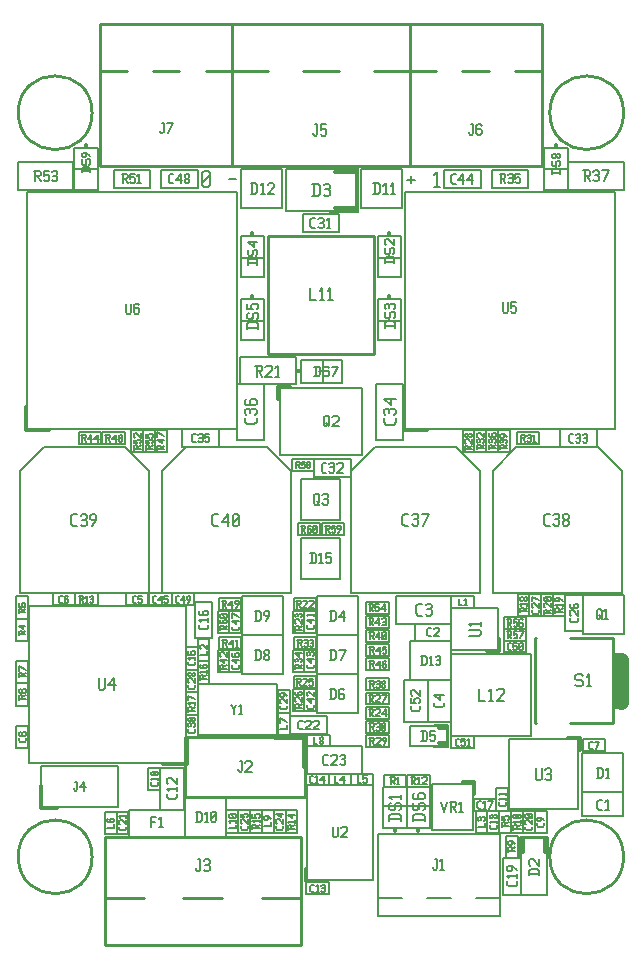
<source format=gbr>
G04 start of page 11 for group -4079 idx -4079 *
G04 Title: (unknown), topsilk *
G04 Creator: pcb 1.99z *
G04 CreationDate: Mon 27 May 2013 22:28:21 GMT UTC *
G04 For: rbarlow *
G04 Format: Gerber/RS-274X *
G04 PCB-Dimensions (mm): 70.00 90.00 *
G04 PCB-Coordinate-Origin: lower left *
%MOMM*%
%FSLAX43Y43*%
%LNTOPSILK*%
%ADD174C,1.250*%
%ADD173C,0.500*%
%ADD172C,0.250*%
%ADD171C,0.350*%
%ADD170C,0.300*%
%ADD169C,0.200*%
%ADD168C,0.150*%
G54D168*X43285Y70844D02*X43956D01*
X43621Y71180D02*Y70509D01*
X45565Y71247D02*X45833Y71515D01*
Y70174D01*
X45565D02*X46068D01*
X25899Y70366D02*X26066Y70198D01*
X25899Y71371D02*Y70366D01*
Y71371D02*X26066Y71539D01*
X26402D01*
X26569Y71371D01*
Y70366D01*
X26402Y70198D02*X26569Y70366D01*
X26066Y70198D02*X26402D01*
X25899Y70533D02*X26569Y71204D01*
X28179Y70868D02*X28849D01*
G54D169*X22550Y35800D02*X33450D01*
Y46200D01*
X31450Y48200D01*
X24550D02*X31450D01*
X22550Y35800D02*Y46200D01*
X24550Y48200D01*
X34350Y37000D02*X37650D01*
X34350Y40500D02*X37650D01*
Y37000D01*
X34350Y40500D02*Y37000D01*
G54D168*X36050Y40750D02*X37950D01*
X36050Y41750D02*X37950D01*
Y40750D01*
X36050Y41750D02*Y40750D01*
G54D169*X34350Y42000D02*X37650D01*
X34350Y45500D02*X37650D01*
Y42000D01*
X34350Y45500D02*Y42000D01*
G54D168*X34050Y40750D02*X35950D01*
X34050Y41750D02*X35950D01*
Y40750D01*
X34050Y41750D02*Y40750D01*
G54D169*X29300Y35550D02*Y32250D01*
X32800Y35550D02*Y32250D01*
X29300D02*X32800D01*
X29300Y35550D02*X32800D01*
G54D168*X27350Y35400D02*X29250D01*
X27350Y34400D02*X29250D01*
X27350Y35400D02*Y34400D01*
X29250Y35400D02*Y34400D01*
X28250Y34350D02*Y32450D01*
X29250Y34350D02*Y32450D01*
X28250D02*X29250D01*
X28250Y34350D02*X29250D01*
G54D169*X26800Y35100D02*Y32000D01*
X25300Y35100D02*Y32000D01*
Y35100D02*X26800D01*
X25300Y32000D02*X26800D01*
G54D168*X23350Y34800D02*X25250D01*
X23350Y35800D02*X25250D01*
Y34800D01*
X23350Y35800D02*Y34800D01*
X27250Y34350D02*Y32450D01*
X28250Y34350D02*Y32450D01*
X27250D02*X28250D01*
X27250Y34350D02*X28250D01*
X21450Y35800D02*X23350D01*
X21450Y34800D02*X23350D01*
X21450Y35800D02*Y34800D01*
X23350Y35800D02*Y34800D01*
G54D169*X10550Y35800D02*X21450D01*
Y46200D01*
X19450Y48200D01*
X12550D02*X19450D01*
X10550Y35800D02*Y46200D01*
X12550Y48200D01*
G54D168*X13300Y34800D02*X15200D01*
X13300Y35800D02*X15200D01*
Y34800D01*
X13300Y35800D02*Y34800D01*
X19500D02*X21400D01*
X19500Y35800D02*X21400D01*
Y34800D01*
X19500Y35800D02*Y34800D01*
X15200Y35800D02*X17100D01*
X15200Y34800D02*X17100D01*
X15200Y35800D02*Y34800D01*
X17100Y35800D02*Y34800D01*
X11200Y35550D02*Y33650D01*
X10200Y35550D02*Y33650D01*
Y35550D02*X11200D01*
X10200Y33650D02*X11200D01*
Y30100D02*Y28200D01*
X10200Y30100D02*Y28200D01*
Y30100D02*X11200D01*
X10200Y28200D02*X11200D01*
X34600Y34350D02*Y32450D01*
X35600Y34350D02*Y32450D01*
X34600D02*X35600D01*
X34600Y34350D02*X35600D01*
X33700Y32100D02*X35600D01*
X33700Y31100D02*X35600D01*
X33700Y32100D02*Y31100D01*
X35600Y32100D02*Y31100D01*
X34600Y31050D02*Y29150D01*
X35600Y31050D02*Y29150D01*
X34600D02*X35600D01*
X34600Y31050D02*X35600D01*
X33600D02*Y29150D01*
X34600Y31050D02*Y29150D01*
X33600D02*X34600D01*
X33600Y31050D02*X34600D01*
X33600Y34350D02*Y32450D01*
X34600Y34350D02*Y32450D01*
X33600D02*X34600D01*
X33600Y34350D02*X34600D01*
X33700Y35400D02*X35600D01*
X33700Y34400D02*X35600D01*
X33700Y35400D02*Y34400D01*
X35600Y35400D02*Y34400D01*
G54D169*X29300Y32250D02*Y28950D01*
X32800Y32250D02*Y28950D01*
X29300D02*X32800D01*
X29300Y32250D02*X32800D01*
G54D168*X27250Y31050D02*Y29150D01*
X28250Y31050D02*Y29150D01*
X27250D02*X28250D01*
X27250Y31050D02*X28250D01*
X27350Y32100D02*X29250D01*
X27350Y31100D02*X29250D01*
X27350Y32100D02*Y31100D01*
X29250Y32100D02*Y31100D01*
X28250Y31050D02*Y29150D01*
X29250Y31050D02*Y29150D01*
X28250D02*X29250D01*
X28250Y31050D02*X29250D01*
G54D169*X10350Y72300D02*X15050D01*
X10350Y70000D02*X15050D01*
X10350Y72300D02*Y70000D01*
X15050Y72300D02*Y70000D01*
X22450Y70150D02*X25550D01*
X22450Y71650D02*X25550D01*
Y70150D01*
X22450Y71650D02*Y70150D01*
X18450D02*X21550D01*
X18450Y71650D02*X21550D01*
Y70150D01*
X18450Y71650D02*Y70150D01*
X39400Y71700D02*Y68400D01*
X42900Y71700D02*Y68400D01*
X39400D02*X42900D01*
X39400Y71700D02*X42900D01*
X56900Y73500D02*Y70000D01*
X54900Y73500D02*Y70000D01*
Y73500D02*X56900D01*
X54900Y70000D02*X56900D01*
G54D170*X55900Y73750D02*Y73600D01*
G54D169*X54900Y71750D02*X56900D01*
X55900Y72050D02*Y71750D01*
X50450Y70150D02*X53550D01*
X50450Y71650D02*X53550D01*
Y70150D01*
X50450Y71650D02*Y70150D01*
X46450D02*X49550D01*
X46450Y71650D02*X49550D01*
Y70150D01*
X46450Y71650D02*Y70150D01*
X33000Y71700D02*X39000D01*
X33000Y68200D02*X39000D01*
X33000Y71700D02*Y68200D01*
X39000Y71700D02*Y68200D01*
X39100Y71800D02*Y68100D01*
X36800Y71800D02*X39100D01*
G54D171*X37200Y71500D02*X38900D01*
G54D169*X36800Y68100D02*X39100D01*
G54D171*X37200Y68400D02*X38900D01*
G54D169*X32700Y71700D02*Y68400D01*
X29200Y71700D02*Y68400D01*
Y71700D02*X32700D01*
X29200Y68400D02*X32700D01*
X17100Y73500D02*Y70000D01*
X15100Y73500D02*Y70000D01*
Y73500D02*X17100D01*
X15100Y70000D02*X17100D01*
G54D170*X16100Y73750D02*Y73600D01*
G54D169*X15100Y71750D02*X17100D01*
X16100Y72050D02*Y71750D01*
X56950Y70000D02*X61650D01*
X56950Y72300D02*X61650D01*
Y70000D01*
X56950Y72300D02*Y70000D01*
G54D172*X55375Y76500D02*G75*G03X55375Y76500I3125J0D01*G01*
X17300Y84000D02*Y72000D01*
X28500Y84000D02*Y72000D01*
X17300D02*X28500D01*
X17300Y84000D02*X28500D01*
X26260Y80000D02*X28500D01*
X21780D02*X24020D01*
X17300D02*X19540D01*
X10375Y76500D02*G75*G03X10375Y76500I3125J0D01*G01*
X43500Y84000D02*Y72000D01*
X54700Y84000D02*Y72000D01*
X43500D02*X54700D01*
X43500Y84000D02*X54700D01*
X52460Y80000D02*X54700D01*
X47980D02*X50220D01*
X43500D02*X45740D01*
X28500Y84000D02*Y72000D01*
X43500Y84000D02*Y72000D01*
X28500D02*X43500D01*
X28500Y84000D02*X43500D01*
X40500Y80000D02*X43500D01*
X34500D02*X37500D01*
X28500D02*X31500D01*
G54D169*X34450Y67900D02*X37550D01*
X34450Y66400D02*X37550D01*
X34450Y67900D02*Y66400D01*
X37550Y67900D02*Y66400D01*
G54D172*X40500Y66100D02*Y56100D01*
X31500Y66100D02*Y56100D01*
X40500D01*
X31500Y66100D02*X40500D01*
G54D169*X42800D02*Y62600D01*
X40800Y66100D02*Y62600D01*
Y66100D02*X42800D01*
X40800Y62600D02*X42800D01*
G54D170*X41800Y66350D02*Y66200D01*
G54D169*X40800Y64225D02*X42800D01*
X41800Y64525D02*Y64225D01*
X42800Y60750D02*Y57250D01*
X40800Y60750D02*Y57250D01*
Y60750D02*X42800D01*
X40800Y57250D02*X42800D01*
G54D170*X41800Y61000D02*Y60850D01*
G54D169*X40800Y58875D02*X42800D01*
X41800Y59175D02*Y58875D01*
X31200Y66100D02*Y62600D01*
X29200Y66100D02*Y62600D01*
Y66100D02*X31200D01*
X29200Y62600D02*X31200D01*
G54D170*X30200Y66350D02*Y66200D01*
G54D169*X29200Y64225D02*X31200D01*
X30200Y64525D02*Y64225D01*
X31200Y60750D02*Y57250D01*
X29200Y60750D02*Y57250D01*
Y60750D02*X31200D01*
X29200Y57250D02*X31200D01*
G54D170*X30200Y61000D02*Y60850D01*
G54D169*X29200Y58875D02*X31200D01*
X30200Y59175D02*Y58875D01*
X34300Y55600D02*X37800D01*
X34300Y53600D02*X37800D01*
X34300Y55600D02*Y53600D01*
X37800Y55600D02*Y53600D01*
G54D170*X34050Y54600D02*X34200D01*
G54D169*X36175Y55600D02*Y53600D01*
X35875Y54600D02*X36175D01*
X29150Y55800D02*X33850D01*
X29150Y53500D02*X33850D01*
X29150Y55800D02*Y53500D01*
X33850Y55800D02*Y53500D01*
X31200D02*Y48800D01*
X28900Y53500D02*Y48800D01*
Y53500D02*X31200D01*
X28900Y48800D02*X31200D01*
X32495Y53160D02*X39495D01*
X32495Y47560D02*X39495D01*
X32495Y53160D02*Y47560D01*
X39495Y53160D02*Y47560D01*
G54D170*X32395Y53260D02*Y52260D01*
Y53260D02*X33395D01*
G54D169*X35450Y45700D02*X38550D01*
X35450Y47200D02*X38550D01*
Y45700D01*
X35450Y47200D02*Y45700D01*
G54D168*X33550Y46200D02*X35450D01*
X33550Y47200D02*X35450D01*
Y46200D01*
X33550Y47200D02*Y46200D01*
X20950Y49650D02*Y47750D01*
X21950Y49650D02*Y47750D01*
X20950D02*X21950D01*
X20950Y49650D02*X21950D01*
X22950D02*Y47750D01*
X21950Y49650D02*Y47750D01*
Y49650D02*X22950D01*
X21950Y47750D02*X22950D01*
X20950Y49650D02*Y47750D01*
X19950Y49650D02*Y47750D01*
Y49650D02*X20950D01*
X19950Y47750D02*X20950D01*
X51000Y49650D02*Y47750D01*
X52000Y49650D02*Y47750D01*
X51000D02*X52000D01*
X51000Y49650D02*X52000D01*
X49000D02*Y47750D01*
X50000Y49650D02*Y47750D01*
X49000D02*X50000D01*
X49000Y49650D02*X50000D01*
X51000D02*Y47750D01*
X50000Y49650D02*Y47750D01*
Y49650D02*X51000D01*
X50000Y47750D02*X51000D01*
G54D169*X11100Y69800D02*X28900D01*
X11100Y49700D02*X28900D01*
X11100Y69800D02*Y49700D01*
X28900Y69800D02*Y49700D01*
G54D170*X11000Y49600D02*Y51600D01*
Y49600D02*X13000D01*
G54D169*X24250Y48200D02*X27350D01*
X24250Y49700D02*X27350D01*
Y48200D01*
X24250Y49700D02*Y48200D01*
G54D168*X17500Y48450D02*X19400D01*
X17500Y49450D02*X19400D01*
Y48450D01*
X17500Y49450D02*Y48450D01*
X15500Y49450D02*X17400D01*
X15500Y48450D02*X17400D01*
X15500Y49450D02*Y48450D01*
X17400Y49450D02*Y48450D01*
G54D172*X34315Y15200D02*Y6000D01*
X17685Y15200D02*Y6000D01*
Y15200D02*X34315D01*
X17685Y6000D02*X34315D01*
X17685Y10000D02*X21011D01*
X24337D02*X27663D01*
X30989D02*X34315D01*
G54D169*X22400Y21000D02*Y17500D01*
X24400Y21000D02*Y17500D01*
X22400D02*X24400D01*
X22400Y21000D02*X24400D01*
X19750Y15200D02*X24450D01*
X19750Y17500D02*X24450D01*
Y15200D01*
X19750Y17500D02*Y15200D01*
G54D168*X29000Y17450D02*Y15550D01*
X28000Y17450D02*Y15550D01*
Y17450D02*X29000D01*
X28000Y15550D02*X29000D01*
G54D172*X10375Y13500D02*G75*G03X10375Y13500I3125J0D01*G01*
G54D168*X18700Y17300D02*Y15400D01*
X19700Y17300D02*Y15400D01*
X18700D02*X19700D01*
X18700Y17300D02*X19700D01*
X18700D02*Y15400D01*
X17700Y17300D02*Y15400D01*
Y17300D02*X18700D01*
X17700Y15400D02*X18700D01*
X21400Y21050D02*Y19150D01*
X22400Y21050D02*Y19150D01*
X21400D02*X22400D01*
X21400Y21050D02*X22400D01*
G54D169*X12333Y21179D02*X18803D01*
X12333Y17729D02*X18803D01*
X12333Y21179D02*Y17729D01*
X18803Y21179D02*Y17729D01*
G54D170*X12283Y17629D02*X13673D01*
X12283Y19469D02*Y17629D01*
G54D168*X24550Y31250D02*Y29350D01*
X25550Y31250D02*Y29350D01*
X24550D02*X25550D01*
X24550Y31250D02*X25550D01*
Y31950D02*Y30050D01*
X26550Y31950D02*Y30050D01*
X25550D02*X26550D01*
X25550Y31950D02*X26550D01*
X25550Y30050D02*Y28150D01*
X26550Y30050D02*Y28150D01*
X25550D02*X26550D01*
X25550Y30050D02*X26550D01*
X32350Y27600D02*Y25700D01*
X33350Y27600D02*Y25700D01*
X32350D02*X33350D01*
X32350Y27600D02*X33350D01*
G54D169*X33400Y23900D02*X36500D01*
X33400Y25400D02*X36500D01*
Y23900D01*
X33400Y25400D02*Y23900D01*
G54D168*X33350Y25700D02*Y23800D01*
X32350Y25700D02*Y23800D01*
Y25700D02*X33350D01*
X32350Y23800D02*X33350D01*
X34600Y27750D02*Y25850D01*
X35600Y27750D02*Y25850D01*
X34600D02*X35600D01*
X34600Y27750D02*X35600D01*
X33600D02*Y25850D01*
X34600Y27750D02*Y25850D01*
X33600D02*X34600D01*
X33600Y27750D02*X34600D01*
G54D169*X25600Y23850D02*X32300D01*
X25600Y28150D02*X32300D01*
Y23850D01*
X25600Y28150D02*Y23850D01*
G54D168*X25550Y29350D02*Y27450D01*
X24550Y29350D02*Y27450D01*
Y29350D02*X25550D01*
X24550Y27450D02*X25550D01*
X24550D02*Y25550D01*
X25550Y27450D02*Y25550D01*
X24550D02*X25550D01*
X24550Y27450D02*X25550D01*
X10200Y28200D02*Y26300D01*
X11200Y28200D02*Y26300D01*
X10200D02*X11200D01*
X10200Y28200D02*X11200D01*
Y24600D02*Y22700D01*
X10200Y24600D02*Y22700D01*
Y24600D02*X11200D01*
X10200Y22700D02*X11200D01*
G54D169*X11250Y21450D02*X24550D01*
X11250Y34750D02*X24550D01*
Y21450D01*
X11250Y34750D02*Y21450D01*
G54D170*X24650Y23350D02*Y21350D01*
X22650D02*X24650D01*
G54D168*X10200Y33650D02*Y31750D01*
X11200Y33650D02*Y31750D01*
X10200D02*X11200D01*
X10200Y33650D02*X11200D01*
G54D169*X24450Y18500D02*Y15200D01*
X27950Y18500D02*Y15200D01*
X24450D02*X27950D01*
X24450Y18500D02*X27950D01*
G54D172*X24510Y18540D02*X34670D01*
X24510Y23620D02*X34670D01*
Y18540D01*
X24510Y23620D02*Y18540D01*
G54D173*X32130Y23620D02*X34670D01*
Y21080D01*
G54D168*X34750Y19550D02*X36650D01*
X34750Y20550D02*X36650D01*
Y19550D01*
X34750Y20550D02*Y19550D01*
X24550Y25550D02*Y23650D01*
X25550Y25550D02*Y23650D01*
X24550D02*X25550D01*
X24550Y25550D02*X25550D01*
X34850Y22850D02*X36750D01*
X34850Y23850D02*X36750D01*
Y22850D01*
X34850Y23850D02*Y22850D01*
X36650Y19550D02*X38550D01*
X36650Y20550D02*X38550D01*
Y19550D01*
X36650Y20550D02*Y19550D01*
X34750Y10350D02*X36650D01*
X34750Y11350D02*X36650D01*
Y10350D01*
X34750Y11350D02*Y10350D01*
X31000Y17450D02*Y15550D01*
X32000Y17450D02*Y15550D01*
X31000D02*X32000D01*
X31000Y17450D02*X32000D01*
X33000D02*Y15550D01*
X32000Y17450D02*Y15550D01*
Y17450D02*X33000D01*
X32000Y15550D02*X33000D01*
X29000Y17450D02*Y15550D01*
X30000Y17450D02*Y15550D01*
X29000D02*X30000D01*
X29000Y17450D02*X30000D01*
X34000D02*Y15550D01*
X33000Y17450D02*Y15550D01*
Y17450D02*X34000D01*
X33000Y15550D02*X34000D01*
X30000Y17450D02*Y15550D01*
X31000Y17450D02*Y15550D01*
X30000D02*X31000D01*
X30000Y17450D02*X31000D01*
G54D169*X43100Y69800D02*X60900D01*
X43100Y49700D02*X60900D01*
X43100Y69800D02*Y49700D01*
X60900Y69800D02*Y49700D01*
G54D170*X43000Y49600D02*Y51600D01*
Y49600D02*X45000D01*
G54D169*X56250Y48200D02*X59350D01*
X56250Y49700D02*X59350D01*
Y48200D01*
X56250Y49700D02*Y48200D01*
G54D168*X52600Y48450D02*X54500D01*
X52600Y49450D02*X54500D01*
Y48450D01*
X52600Y49450D02*Y48450D01*
G54D169*X58100Y18950D02*X61600D01*
X58100Y16950D02*X61600D01*
X58100Y18950D02*Y16950D01*
X61600Y18950D02*Y16950D01*
G54D168*X54100Y17400D02*Y15500D01*
X55100Y17400D02*Y15500D01*
X54100D02*X55100D01*
X54100Y17400D02*X55100D01*
G54D169*X57800Y23450D02*Y17550D01*
X51900Y23450D02*Y17550D01*
Y23450D02*X57800D01*
X51900Y17550D02*X57800D01*
G54D170*X56900Y23550D02*X57900D01*
Y22550D01*
G54D168*X58150Y22450D02*X60050D01*
X58150Y23450D02*X60050D01*
Y22450D01*
X58150Y23450D02*Y22450D01*
G54D169*X61600Y22250D02*Y18950D01*
X58100Y22250D02*Y18950D01*
Y22250D02*X61600D01*
X58100Y18950D02*X61600D01*
G54D172*X55375Y13500D02*G75*G03X55375Y13500I3125J0D01*G01*
G54D169*X52950Y15100D02*Y10300D01*
X55150Y15100D02*Y10300D01*
X52950D02*X55150D01*
X52950Y15100D02*X55150D01*
X52850Y15200D02*X55250D01*
X52850D02*Y13500D01*
G54D171*X53100Y15000D02*Y13900D01*
G54D169*X55250Y15200D02*Y13500D01*
G54D171*X55000Y15000D02*Y13900D01*
G54D169*X34800Y20550D02*X39500D01*
X34800Y22850D02*X39500D01*
Y20550D01*
X34800Y22850D02*Y20550D01*
G54D168*X47050Y22700D02*X48950D01*
X47050Y23700D02*X48950D01*
Y22700D01*
X47050Y23700D02*Y22700D01*
G54D169*X48900Y19700D02*Y15800D01*
X45400Y19700D02*Y15800D01*
Y19700D02*X48900D01*
X45400Y15800D02*X48900D01*
G54D170*X48000Y19800D02*X49000D01*
Y18800D01*
G54D168*X43300Y20450D02*X45200D01*
X43300Y19450D02*X45200D01*
X43300Y20450D02*Y19450D01*
X45200Y20450D02*Y19450D01*
G54D169*X43250D02*Y15950D01*
X45250Y19450D02*Y15950D01*
X43250D02*X45250D01*
X43250Y19450D02*X45250D01*
G54D170*X44250Y15850D02*Y15700D01*
G54D169*X43250Y17825D02*X45250D01*
X44250D02*Y17525D01*
G54D168*X41300Y20450D02*X43200D01*
X41300Y19450D02*X43200D01*
X41300Y20450D02*Y19450D01*
X43200Y20450D02*Y19450D01*
G54D169*X41250D02*Y15950D01*
X43250Y19450D02*Y15950D01*
X41250D02*X43250D01*
X41250Y19450D02*X43250D01*
G54D170*X42250Y15850D02*Y15700D01*
G54D169*X41250Y17825D02*X43250D01*
X42250D02*Y17525D01*
X34800Y19550D02*Y11550D01*
X40400Y19550D02*Y11550D01*
X34800D02*X40400D01*
X34800Y19550D02*X40400D01*
G54D170*X34700Y11450D02*X35700D01*
X34700Y12450D02*Y11450D01*
G54D168*X39850Y22800D02*X41750D01*
X39850Y23800D02*X41750D01*
Y22800D01*
X39850Y23800D02*Y22800D01*
G54D169*X51200Y15400D02*Y8470D01*
X40800Y15400D02*Y8470D01*
Y15400D02*X51200D01*
X40800Y8470D02*X51200D01*
X40800Y10000D02*X42880D01*
X44960D02*X47040D01*
X49120D02*X51200D01*
X51400Y13400D02*Y10300D01*
X52900Y13400D02*Y10300D01*
X51400D02*X52900D01*
X51400Y13400D02*X52900D01*
G54D168*X52650Y15300D02*Y13400D01*
X51650Y15300D02*Y13400D01*
Y15300D02*X52650D01*
X51650Y13400D02*X52650D01*
X53100Y17400D02*Y15500D01*
X54100Y17400D02*Y15500D01*
X53100D02*X54100D01*
X53100Y17400D02*X54100D01*
X52100D02*Y15500D01*
X53100Y17400D02*Y15500D01*
X52100D02*X53100D01*
X52100Y17400D02*X53100D01*
X52100D02*Y15500D01*
X51100Y17400D02*Y15500D01*
Y17400D02*X52100D01*
X51100Y15500D02*X52100D01*
X51100Y17400D02*Y15500D01*
X50100Y17400D02*Y15500D01*
Y17400D02*X51100D01*
X50100Y15500D02*X51100D01*
X49100Y17400D02*Y15500D01*
X50100Y17400D02*Y15500D01*
X49100D02*X50100D01*
X49100Y17400D02*X50100D01*
X50850Y19300D02*Y17400D01*
X51850Y19300D02*Y17400D01*
X50850D02*X51850D01*
X50850Y19300D02*X51850D01*
X48950Y17400D02*X50850D01*
X48950Y18400D02*X50850D01*
Y17400D01*
X48950Y18400D02*Y17400D01*
G54D169*X38550Y35800D02*X49450D01*
Y46200D01*
X47450Y48200D01*
X40550D02*X47450D01*
X38550Y35800D02*Y46200D01*
X40550Y48200D01*
X50550Y35800D02*X61450D01*
Y46200D01*
X59450Y48200D01*
X52550D02*X59450D01*
X50550Y35800D02*Y46200D01*
X52550Y48200D01*
G54D168*X53650Y35750D02*Y33850D01*
X52650Y35750D02*Y33850D01*
Y35750D02*X53650D01*
X52650Y33850D02*X53650D01*
X54650Y35750D02*Y33850D01*
X53650Y35750D02*Y33850D01*
Y35750D02*X54650D01*
X53650Y33850D02*X54650D01*
X39850Y34100D02*X41750D01*
X39850Y35100D02*X41750D01*
Y34100D01*
X39850Y35100D02*Y34100D01*
G54D169*X42950Y53500D02*Y48800D01*
X40650Y53500D02*Y48800D01*
Y53500D02*X42950D01*
X40650Y48800D02*X42950D01*
G54D168*X54650Y35750D02*Y33850D01*
X55650Y35750D02*Y33850D01*
X54650D02*X55650D01*
X54650Y35750D02*X55650D01*
X49000Y49650D02*Y47750D01*
X48000Y49650D02*Y47750D01*
Y49650D02*X49000D01*
X48000Y47750D02*X49000D01*
G54D172*X54150Y24800D02*X54250D01*
X57050D02*X60750D01*
X54150Y32000D02*X54250D01*
X57050D02*X60750D01*
X54150D02*Y24800D01*
X60750Y32000D02*Y24800D01*
G54D174*X61375Y30150D02*Y26650D01*
G54D172*X60750Y26150D02*X61375D01*
X60750Y30650D02*X61375D01*
G54D169*X61700Y35700D02*Y32400D01*
X58200Y35700D02*Y32400D01*
Y35700D02*X61700D01*
X58200Y32400D02*X61700D01*
X58200Y35700D02*Y32600D01*
X56700Y35700D02*Y32600D01*
Y35700D02*X58200D01*
X56700Y32600D02*X58200D01*
G54D168*X55650Y35750D02*Y33850D01*
X56650Y35750D02*Y33850D01*
X55650D02*X56650D01*
X55650Y35750D02*X56650D01*
X43500Y24590D02*X46700D01*
X43500Y22910D02*X46700D01*
X43500Y24590D02*Y22910D01*
X46700Y24590D02*Y22910D01*
X46800Y24690D02*Y22810D01*
X45600Y24690D02*X46800D01*
G54D170*X46000Y24390D02*X46700D01*
G54D168*X45600Y22810D02*X46800D01*
G54D170*X46000Y23110D02*X46700D01*
G54D169*X45050Y28450D02*Y24950D01*
X43050Y28450D02*Y24950D01*
Y28450D02*X45050D01*
X43050Y24950D02*X45050D01*
X47050Y31750D02*Y28450D01*
X43550Y31750D02*Y28450D01*
Y31750D02*X47050D01*
X43550Y28450D02*X47050D01*
Y24950D01*
X45050Y28450D02*Y24950D01*
Y28450D02*X47050D01*
X45050Y24950D02*X47050D01*
G54D168*X51500Y30800D02*X53400D01*
X51500Y31800D02*X53400D01*
Y30800D01*
X51500Y31800D02*Y30800D01*
G54D169*X47050Y30700D02*Y23700D01*
X53750Y30700D02*Y23700D01*
X47050D02*X53750D01*
X47050Y30700D02*X53750D01*
G54D168*X51500Y32800D02*X53400D01*
X51500Y31800D02*X53400D01*
X51500Y32800D02*Y31800D01*
X53400Y32800D02*Y31800D01*
X51500Y32800D02*X53400D01*
X51500Y33800D02*X53400D01*
Y32800D01*
X51500Y33800D02*Y32800D01*
G54D169*X47050Y31050D02*X50950D01*
X47050Y34550D02*X50950D01*
Y31050D01*
X47050Y34550D02*Y31050D01*
G54D170*X51050Y31950D02*Y30950D01*
X50050D02*X51050D01*
G54D168*X47050Y35550D02*X48950D01*
X47050Y34550D02*X48950D01*
X47050Y35550D02*Y34550D01*
X48950Y35550D02*Y34550D01*
G54D169*X43950Y33250D02*X47050D01*
X43950Y31750D02*X47050D01*
X43950Y33250D02*Y31750D01*
X47050Y33250D02*Y31750D01*
G54D168*X33700Y28800D02*X35600D01*
X33700Y27800D02*X35600D01*
X33700Y28800D02*Y27800D01*
X35600Y28800D02*Y27800D01*
G54D169*X35650Y28950D02*Y25650D01*
X39150Y28950D02*Y25650D01*
X35650D02*X39150D01*
X35650Y28950D02*X39150D01*
X35650Y32250D02*Y28950D01*
X39150Y32250D02*Y28950D01*
X35650D02*X39150D01*
X35650Y32250D02*X39150D01*
G54D168*X38550Y19550D02*X40450D01*
X38550Y20550D02*X40450D01*
Y19550D01*
X38550Y20550D02*Y19550D01*
X39850Y25000D02*X41750D01*
X39850Y24000D02*X41750D01*
X39850Y25000D02*Y24000D01*
X41750Y25000D02*Y24000D01*
G54D169*X42350Y35550D02*X47050D01*
X42350Y33250D02*X47050D01*
X42350Y35550D02*Y33250D01*
X47050Y35550D02*Y33250D01*
X35650Y35550D02*Y32250D01*
X39150Y35550D02*Y32250D01*
X35650D02*X39150D01*
X35650Y35550D02*X39150D01*
G54D168*X39850Y32900D02*X41750D01*
X39850Y33900D02*X41750D01*
Y32900D01*
X39850Y33900D02*Y32900D01*
Y27600D02*X41750D01*
X39850Y28600D02*X41750D01*
Y27600D01*
X39850Y28600D02*Y27600D01*
Y32700D02*X41750D01*
X39850Y31700D02*X41750D01*
X39850Y32700D02*Y31700D01*
X41750Y32700D02*Y31700D01*
X39850Y31500D02*X41750D01*
X39850Y30500D02*X41750D01*
X39850Y31500D02*Y30500D01*
X41750Y31500D02*Y30500D01*
X39850Y29300D02*X41750D01*
X39850Y30300D02*X41750D01*
Y29300D01*
X39850Y30300D02*Y29300D01*
Y26400D02*X41750D01*
X39850Y27400D02*X41750D01*
Y26400D01*
X39850Y27400D02*Y26400D01*
Y26200D02*X41750D01*
X39850Y25200D02*X41750D01*
X39850Y26200D02*Y25200D01*
X41750Y26200D02*Y25200D01*
X35549Y55002D02*Y54209D01*
X35807Y55002D02*X35945Y54863D01*
Y54348D01*
X35807Y54209D02*X35945Y54348D01*
X35450Y54209D02*X35807D01*
X35450Y55002D02*X35807D01*
X36579D02*X36678Y54903D01*
X36282Y55002D02*X36579D01*
X36183Y54903D02*X36282Y55002D01*
X36183Y54903D02*Y54705D01*
X36282Y54606D01*
X36579D01*
X36678Y54507D01*
Y54308D01*
X36579Y54209D02*X36678Y54308D01*
X36282Y54209D02*X36579D01*
X36183Y54308D02*X36282Y54209D01*
X37015D02*X37411Y55002D01*
X36916D02*X37411D01*
X30450Y55071D02*X30907D01*
X31022Y54957D01*
Y54728D01*
X30907Y54614D02*X31022Y54728D01*
X30564Y54614D02*X30907D01*
X30564Y55071D02*Y54157D01*
X30747Y54614D02*X31022Y54157D01*
X31296Y54957D02*X31410Y55071D01*
X31753D01*
X31867Y54957D01*
Y54728D01*
X31296Y54157D02*X31867Y54728D01*
X31296Y54157D02*X31867D01*
X32142Y54889D02*X32325Y55071D01*
Y54157D01*
X32142D02*X32485D01*
X30545Y50648D02*Y50324D01*
X30370Y50150D02*X30545Y50324D01*
X29723Y50150D02*X30370D01*
X29723D02*X29549Y50324D01*
Y50648D02*Y50324D01*
X29673Y50947D02*X29549Y51071D01*
Y51320D02*Y51071D01*
Y51320D02*X29673Y51444D01*
X30545Y51320D02*X30420Y51444D01*
X30545Y51320D02*Y51071D01*
X30420Y50947D02*X30545Y51071D01*
X29997Y51320D02*Y51071D01*
X29673Y51444D02*X29873D01*
X30121D02*X30420D01*
X30121D02*X29997Y51320D01*
X29873Y51444D02*X29997Y51320D01*
X29549Y52116D02*X29673Y52241D01*
X29549Y52116D02*Y51868D01*
X29673Y51743D02*X29549Y51868D01*
X29673Y51743D02*X30420D01*
X30545Y51868D01*
X29997Y52116D02*X30121Y52241D01*
X29997Y52116D02*Y51743D01*
X30545Y52116D02*Y51868D01*
Y52116D02*X30420Y52241D01*
X30121D02*X30420D01*
X36250Y50714D02*Y50051D01*
Y50714D02*X36360Y50824D01*
X36581D01*
X36692Y50714D01*
Y50161D01*
X36471Y49940D02*X36692Y50161D01*
X36360Y49940D02*X36471D01*
X36250Y50051D02*X36360Y49940D01*
X36471Y50272D02*X36692Y49940D01*
X36957Y50714D02*X37068Y50824D01*
X37399D01*
X37510Y50714D01*
Y50493D01*
X36957Y49940D02*X37510Y50493D01*
X36957Y49940D02*X37510D01*
X36192Y46034D02*X36456D01*
X36050Y46176D02*X36192Y46034D01*
X36050Y46705D02*Y46176D01*
Y46705D02*X36192Y46847D01*
X36456D01*
X36700Y46745D02*X36802Y46847D01*
X37005D01*
X37107Y46745D01*
X37005Y46034D02*X37107Y46136D01*
X36802Y46034D02*X37005D01*
X36700Y46136D02*X36802Y46034D01*
Y46481D02*X37005D01*
X37107Y46745D02*Y46583D01*
Y46379D02*Y46136D01*
Y46379D02*X37005Y46481D01*
X37107Y46583D02*X37005Y46481D01*
X37350Y46745D02*X37452Y46847D01*
X37757D01*
X37858Y46745D01*
Y46542D01*
X37350Y46034D02*X37858Y46542D01*
X37350Y46034D02*X37858D01*
X33850Y46960D02*X34129D01*
X34199Y46890D01*
Y46751D01*
X34129Y46681D02*X34199Y46751D01*
X33920Y46681D02*X34129D01*
X33920Y46960D02*Y46402D01*
X34032Y46681D02*X34199Y46402D01*
X34367Y46960D02*X34646D01*
X34367D02*Y46681D01*
X34437Y46751D01*
X34576D01*
X34646Y46681D01*
Y46471D01*
X34576Y46402D02*X34646Y46471D01*
X34437Y46402D02*X34576D01*
X34367Y46471D02*X34437Y46402D01*
X34814Y46471D02*X34884Y46402D01*
X34814Y46583D02*Y46471D01*
Y46583D02*X34912Y46681D01*
X34996D01*
X35093Y46583D01*
Y46471D01*
X35023Y46402D02*X35093Y46471D01*
X34884Y46402D02*X35023D01*
X34814Y46779D02*X34912Y46681D01*
X34814Y46890D02*Y46779D01*
Y46890D02*X34884Y46960D01*
X35023D01*
X35093Y46890D01*
Y46779D01*
X34996Y46681D02*X35093Y46779D01*
X25176Y48598D02*X25411D01*
X25050Y48725D02*X25176Y48598D01*
X25050Y49193D02*Y48725D01*
Y49193D02*X25176Y49320D01*
X25411D01*
X25627Y49229D02*X25717Y49320D01*
X25898D01*
X25988Y49229D01*
X25898Y48598D02*X25988Y48688D01*
X25717Y48598D02*X25898D01*
X25627Y48688D02*X25717Y48598D01*
Y48995D02*X25898D01*
X25988Y49229D02*Y49085D01*
Y48905D02*Y48688D01*
Y48905D02*X25898Y48995D01*
X25988Y49085D02*X25898Y48995D01*
X26204Y49320D02*X26565D01*
X26204D02*Y48959D01*
X26294Y49049D01*
X26475D01*
X26565Y48959D01*
Y48688D01*
X26475Y48598D02*X26565Y48688D01*
X26294Y48598D02*X26475D01*
X26204Y48688D02*X26294Y48598D01*
X26466Y33156D02*Y32892D01*
X26324Y32750D02*X26466Y32892D01*
X25795Y32750D02*X26324D01*
X25795D02*X25653Y32892D01*
Y33156D02*Y32892D01*
X25816Y33400D02*X25653Y33563D01*
X26466D01*
Y33705D02*Y33400D01*
X25653Y34254D02*X25755Y34355D01*
X25653Y34254D02*Y34050D01*
X25755Y33949D02*X25653Y34050D01*
X25755Y33949D02*X26364D01*
X26466Y34050D01*
X26019Y34254D02*X26121Y34355D01*
X26019Y34254D02*Y33949D01*
X26466Y34254D02*Y34050D01*
Y34254D02*X26364Y34355D01*
X26121D02*X26364D01*
X25752Y30600D02*X26362D01*
Y30905D02*Y30600D01*
X25829Y31088D02*X25752Y31164D01*
Y31392D02*Y31164D01*
Y31392D02*X25829Y31469D01*
X25981D01*
X26362Y31088D02*X25981Y31469D01*
X26362D02*Y31088D01*
X35204Y39192D02*Y38359D01*
X35475Y39192D02*X35621Y39046D01*
Y38504D01*
X35475Y38359D02*X35621Y38504D01*
X35100Y38359D02*X35475D01*
X35100Y39192D02*X35475D01*
X35871Y39025D02*X36037Y39192D01*
Y38359D01*
X35871D02*X36183D01*
X36433Y39192D02*X36850D01*
X36433D02*Y38775D01*
X36537Y38879D01*
X36745D01*
X36850Y38775D01*
Y38463D01*
X36745Y38359D02*X36850Y38463D01*
X36537Y38359D02*X36745D01*
X36433Y38463D02*X36537Y38359D01*
X36350Y41548D02*X36655D01*
X36731Y41471D01*
Y41319D01*
X36655Y41243D02*X36731Y41319D01*
X36426Y41243D02*X36655D01*
X36426Y41548D02*Y40938D01*
X36548Y41243D02*X36731Y40938D01*
X36914Y41548D02*X37219D01*
X36914D02*Y41243D01*
X36990Y41319D01*
X37142D01*
X37219Y41243D01*
Y41014D01*
X37142Y40938D02*X37219Y41014D01*
X36990Y40938D02*X37142D01*
X36914Y41014D02*X36990Y40938D01*
X37478D02*X37706Y41243D01*
Y41471D02*Y41243D01*
X37630Y41548D02*X37706Y41471D01*
X37478Y41548D02*X37630D01*
X37402Y41471D02*X37478Y41548D01*
X37402Y41471D02*Y41319D01*
X37478Y41243D01*
X37706D01*
X35400Y44107D02*Y43421D01*
Y44107D02*X35514Y44221D01*
X35743D01*
X35857Y44107D01*
Y43536D01*
X35629Y43307D02*X35857Y43536D01*
X35514Y43307D02*X35629D01*
X35400Y43421D02*X35514Y43307D01*
X35629Y43650D02*X35857Y43307D01*
X36132Y44107D02*X36246Y44221D01*
X36474D01*
X36589Y44107D01*
X36474Y43307D02*X36589Y43421D01*
X36246Y43307D02*X36474D01*
X36132Y43421D02*X36246Y43307D01*
Y43810D02*X36474D01*
X36589Y44107D02*Y43924D01*
Y43696D02*Y43421D01*
Y43696D02*X36474Y43810D01*
X36589Y43924D02*X36474Y43810D01*
X34300Y41548D02*X34605D01*
X34681Y41471D01*
Y41319D01*
X34605Y41243D02*X34681Y41319D01*
X34376Y41243D02*X34605D01*
X34376Y41548D02*Y40938D01*
X34498Y41243D02*X34681Y40938D01*
X35092Y41548D02*X35169Y41471D01*
X34940Y41548D02*X35092D01*
X34864Y41471D02*X34940Y41548D01*
X34864Y41471D02*Y41014D01*
X34940Y40938D01*
X35092Y41273D02*X35169Y41197D01*
X34864Y41273D02*X35092D01*
X34940Y40938D02*X35092D01*
X35169Y41014D01*
Y41197D02*Y41014D01*
X35352D02*X35428Y40938D01*
X35352Y41471D02*Y41014D01*
Y41471D02*X35428Y41548D01*
X35580D01*
X35656Y41471D01*
Y41014D01*
X35580Y40938D02*X35656Y41014D01*
X35428Y40938D02*X35580D01*
X35352Y41090D02*X35656Y41395D01*
X36854Y34342D02*Y33509D01*
X37125Y34342D02*X37271Y34196D01*
Y33654D01*
X37125Y33509D02*X37271Y33654D01*
X36750Y33509D02*X37125D01*
X36750Y34342D02*X37125D01*
X37521Y33821D02*X37937Y34342D01*
X37521Y33821D02*X38041D01*
X37937Y34342D02*Y33509D01*
X35412Y33105D02*Y32907D01*
X35305Y32800D02*X35412Y32907D01*
X34909Y32800D02*X35305D01*
X34909D02*X34802Y32907D01*
Y33105D02*Y32907D01*
X35183Y33288D02*X34802Y33592D01*
X35183Y33669D02*Y33288D01*
X34802Y33592D02*X35412D01*
X34924Y33852D02*X34802Y33973D01*
X35412D01*
Y34080D02*Y33852D01*
X33802Y32955D02*Y32650D01*
Y32955D02*X33879Y33031D01*
X34031D01*
X34107Y32955D02*X34031Y33031D01*
X34107Y32955D02*Y32726D01*
X33802D02*X34412D01*
X34107Y32848D02*X34412Y33031D01*
X33879Y33214D02*X33802Y33290D01*
Y33519D02*Y33290D01*
Y33519D02*X33879Y33595D01*
X34031D01*
X34412Y33214D02*X34031Y33595D01*
X34412D02*Y33214D01*
X33879Y33778D02*X33802Y33854D01*
Y34006D02*Y33854D01*
Y34006D02*X33879Y34083D01*
X34412Y34006D02*X34336Y34083D01*
X34412Y34006D02*Y33854D01*
X34336Y33778D02*X34412Y33854D01*
X34077Y34006D02*Y33854D01*
X33879Y34083D02*X34001D01*
X34153D02*X34336D01*
X34153D02*X34077Y34006D01*
X34001Y34083D02*X34077Y34006D01*
X33900Y35198D02*X34205D01*
X34281Y35121D01*
Y34969D01*
X34205Y34893D02*X34281Y34969D01*
X33976Y34893D02*X34205D01*
X33976Y35198D02*Y34588D01*
X34098Y34893D02*X34281Y34588D01*
X34464Y35121D02*X34540Y35198D01*
X34769D01*
X34845Y35121D01*
Y34969D01*
X34464Y34588D02*X34845Y34969D01*
X34464Y34588D02*X34845D01*
X35028Y35121D02*X35104Y35198D01*
X35333D01*
X35409Y35121D01*
Y34969D01*
X35028Y34588D02*X35409Y34969D01*
X35028Y34588D02*X35409D01*
X36858Y31034D02*Y30170D01*
X37139Y31034D02*X37290Y30883D01*
Y30322D01*
X37139Y30170D02*X37290Y30322D01*
X36750Y30170D02*X37139D01*
X36750Y31034D02*X37139D01*
X37657Y30170D02*X38089Y31034D01*
X37549D02*X38089D01*
X34000Y31898D02*X34305D01*
X34381Y31821D01*
Y31669D01*
X34305Y31593D02*X34381Y31669D01*
X34076Y31593D02*X34305D01*
X34076Y31898D02*Y31288D01*
X34198Y31593D02*X34381Y31288D01*
X34564Y31821D02*X34640Y31898D01*
X34792D01*
X34869Y31821D01*
X34792Y31288D02*X34869Y31364D01*
X34640Y31288D02*X34792D01*
X34564Y31364D02*X34640Y31288D01*
Y31623D02*X34792D01*
X34869Y31821D02*Y31699D01*
Y31547D02*Y31364D01*
Y31547D02*X34792Y31623D01*
X34869Y31699D02*X34792Y31623D01*
X35052Y31821D02*X35128Y31898D01*
X35280D01*
X35356Y31821D01*
X35280Y31288D02*X35356Y31364D01*
X35128Y31288D02*X35280D01*
X35052Y31364D02*X35128Y31288D01*
Y31623D02*X35280D01*
X35356Y31821D02*Y31699D01*
Y31547D02*Y31364D01*
Y31547D02*X35280Y31623D01*
X35356Y31699D02*X35280Y31623D01*
X30508Y34334D02*Y33470D01*
X30789Y34334D02*X30940Y34183D01*
Y33622D01*
X30789Y33470D02*X30940Y33622D01*
X30400Y33470D02*X30789D01*
X30400Y34334D02*X30789D01*
X31307Y33470D02*X31631Y33902D01*
Y34226D02*Y33902D01*
X31523Y34334D02*X31631Y34226D01*
X31307Y34334D02*X31523D01*
X31199Y34226D02*X31307Y34334D01*
X31199Y34226D02*Y34010D01*
X31307Y33902D01*
X31631D01*
X27600Y35198D02*X27905D01*
X27981Y35121D01*
Y34969D01*
X27905Y34893D02*X27981Y34969D01*
X27676Y34893D02*X27905D01*
X27676Y35198D02*Y34588D01*
X27798Y34893D02*X27981Y34588D01*
X28164Y34817D02*X28469Y35198D01*
X28164Y34817D02*X28545D01*
X28469Y35198D02*Y34588D01*
X28804D02*X29033Y34893D01*
Y35121D02*Y34893D01*
X28956Y35198D02*X29033Y35121D01*
X28804Y35198D02*X28956D01*
X28728Y35121D02*X28804Y35198D01*
X28728Y35121D02*Y34969D01*
X28804Y34893D01*
X29033D01*
X27452Y33005D02*Y32700D01*
Y33005D02*X27529Y33081D01*
X27681D01*
X27757Y33005D02*X27681Y33081D01*
X27757Y33005D02*Y32776D01*
X27452D02*X28062D01*
X27757Y32898D02*X28062Y33081D01*
X27452Y33569D02*Y33264D01*
X27757D01*
X27681Y33340D01*
Y33492D02*Y33340D01*
Y33492D02*X27757Y33569D01*
X27986D01*
X28062Y33492D02*X27986Y33569D01*
X28062Y33492D02*Y33340D01*
X27986Y33264D02*X28062Y33340D01*
X27986Y33752D02*X28062Y33828D01*
X27529Y33752D02*X27986D01*
X27529D02*X27452Y33828D01*
Y33980D02*Y33828D01*
Y33980D02*X27529Y34056D01*
X27986D01*
X28062Y33980D02*X27986Y34056D01*
X28062Y33980D02*Y33828D01*
X27910Y33752D02*X27605Y34056D01*
X29049Y33000D02*Y32805D01*
X28944Y32700D02*X29049Y32805D01*
X28555Y32700D02*X28944D01*
X28555D02*X28450Y32805D01*
Y33000D02*Y32805D01*
X28825Y33180D02*X28450Y33479D01*
X28825Y33554D02*Y33180D01*
X28450Y33479D02*X29049D01*
Y33809D02*X28450Y34109D01*
Y33734D01*
X30508Y31034D02*Y30170D01*
X30789Y31034D02*X30940Y30883D01*
Y30322D01*
X30789Y30170D02*X30940Y30322D01*
X30400Y30170D02*X30789D01*
X30400Y31034D02*X30789D01*
X31199Y30278D02*X31307Y30170D01*
X31199Y30451D02*Y30278D01*
Y30451D02*X31350Y30602D01*
X31480D01*
X31631Y30451D01*
Y30278D01*
X31523Y30170D02*X31631Y30278D01*
X31307Y30170D02*X31523D01*
X31199Y30753D02*X31350Y30602D01*
X31199Y30926D02*Y30753D01*
Y30926D02*X31307Y31034D01*
X31523D01*
X31631Y30926D01*
Y30753D01*
X31480Y30602D02*X31631Y30753D01*
X27650Y31898D02*X27955D01*
X28031Y31821D01*
Y31669D01*
X27955Y31593D02*X28031Y31669D01*
X27726Y31593D02*X27955D01*
X27726Y31898D02*Y31288D01*
X27848Y31593D02*X28031Y31288D01*
X28214Y31517D02*X28519Y31898D01*
X28214Y31517D02*X28595D01*
X28519Y31898D02*Y31288D01*
X28778Y31776D02*X28900Y31898D01*
Y31288D01*
X28778D02*X29006D01*
X30163Y70524D02*Y69620D01*
X30457Y70524D02*X30615Y70366D01*
Y69778D01*
X30457Y69620D02*X30615Y69778D01*
X30050Y69620D02*X30457D01*
X30050Y70524D02*X30457D01*
X30886Y70343D02*X31067Y70524D01*
Y69620D01*
X30886D02*X31226D01*
X31497Y70411D02*X31610Y70524D01*
X31949D01*
X32062Y70411D01*
Y70185D01*
X31497Y69620D02*X32062Y70185D01*
X31497Y69620D02*X32062D01*
X15728Y71539D02*X16439D01*
X15728Y71770D02*X15852Y71894D01*
X16315D01*
X16439Y71770D02*X16315Y71894D01*
X16439Y71770D02*Y71450D01*
X15728Y71770D02*Y71450D01*
Y72463D02*X15817Y72552D01*
X15728Y72463D02*Y72197D01*
X15817Y72108D02*X15728Y72197D01*
X15817Y72108D02*X15994D01*
X16083Y72197D01*
Y72463D02*Y72197D01*
Y72463D02*X16172Y72552D01*
X16350D01*
X16439Y72463D02*X16350Y72552D01*
X16439Y72463D02*Y72197D01*
X16350Y72108D02*X16439Y72197D01*
Y72855D02*X16083Y73121D01*
X15817D02*X16083D01*
X15728Y73032D02*X15817Y73121D01*
X15728Y73032D02*Y72855D01*
X15817Y72766D02*X15728Y72855D01*
X15817Y72766D02*X15994D01*
X16083Y72855D01*
Y73121D02*Y72855D01*
X23239Y70509D02*X23496D01*
X23100Y70648D02*X23239Y70509D01*
X23100Y71163D02*Y70648D01*
Y71163D02*X23239Y71302D01*
X23496D01*
X23734Y70807D02*X24130Y71302D01*
X23734Y70807D02*X24229D01*
X24130Y71302D02*Y70509D01*
X24467Y70608D02*X24566Y70509D01*
X24467Y70767D02*Y70608D01*
Y70767D02*X24606Y70906D01*
X24725D01*
X24863Y70767D01*
Y70608D01*
X24764Y70509D02*X24863Y70608D01*
X24566Y70509D02*X24764D01*
X24467Y71044D02*X24606Y70906D01*
X24467Y71203D02*Y71044D01*
Y71203D02*X24566Y71302D01*
X24764D01*
X24863Y71203D01*
Y71044D01*
X24725Y70906D02*X24863Y71044D01*
X19150Y71310D02*X19531D01*
X19626Y71214D01*
Y71024D01*
X19531Y70928D02*X19626Y71024D01*
X19245Y70928D02*X19531D01*
X19245Y71310D02*Y70548D01*
X19398Y70928D02*X19626Y70548D01*
X19855Y71310D02*X20236D01*
X19855D02*Y70928D01*
X19950Y71024D01*
X20141D01*
X20236Y70928D01*
Y70643D01*
X20141Y70548D02*X20236Y70643D01*
X19950Y70548D02*X20141D01*
X19855Y70643D02*X19950Y70548D01*
X20464Y71157D02*X20617Y71310D01*
Y70548D01*
X20464D02*X20750D01*
X11700Y71576D02*X12147D01*
X12259Y71465D01*
Y71241D01*
X12147Y71129D02*X12259Y71241D01*
X11812Y71129D02*X12147D01*
X11812Y71576D02*Y70682D01*
X11991Y71129D02*X12259Y70682D01*
X12527Y71576D02*X12974D01*
X12527D02*Y71129D01*
X12639Y71241D01*
X12862D01*
X12974Y71129D01*
Y70794D01*
X12862Y70682D02*X12974Y70794D01*
X12639Y70682D02*X12862D01*
X12527Y70794D02*X12639Y70682D01*
X13242Y71465D02*X13354Y71576D01*
X13578D01*
X13689Y71465D01*
X13578Y70682D02*X13689Y70794D01*
X13354Y70682D02*X13578D01*
X13242Y70794D02*X13354Y70682D01*
Y71174D02*X13578D01*
X13689Y71465D02*Y71286D01*
Y71062D02*Y70794D01*
Y71062D02*X13578Y71174D01*
X13689Y71286D02*X13578Y71174D01*
X22505Y75629D02*X22681D01*
Y74856D01*
X22571Y74745D02*X22681Y74856D01*
X22460Y74745D02*X22571D01*
X22350Y74856D02*X22460Y74745D01*
X22350Y74966D02*Y74856D01*
X23057Y74745D02*X23499Y75629D01*
X22947D02*X23499D01*
X35251Y66720D02*X35532D01*
X35100Y66872D02*X35251Y66720D01*
X35100Y67433D02*Y66872D01*
Y67433D02*X35251Y67584D01*
X35532D01*
X35791Y67476D02*X35899Y67584D01*
X36115D01*
X36223Y67476D01*
X36115Y66720D02*X36223Y66828D01*
X35899Y66720D02*X36115D01*
X35791Y66828D02*X35899Y66720D01*
Y67195D02*X36115D01*
X36223Y67476D02*Y67303D01*
Y67088D02*Y66828D01*
Y67088D02*X36115Y67195D01*
X36223Y67303D02*X36115Y67195D01*
X36482Y67411D02*X36654Y67584D01*
Y66720D01*
X36482D02*X36806D01*
X35100Y61646D02*Y60630D01*
X35608D01*
X35913Y61443D02*X36116Y61646D01*
Y60630D01*
X35913D02*X36294D01*
X36599Y61443D02*X36802Y61646D01*
Y60630D01*
X36599D02*X36980D01*
X35515Y75514D02*X35704D01*
Y74687D01*
X35586Y74569D02*X35704Y74687D01*
X35468Y74569D02*X35586D01*
X35350Y74687D02*X35468Y74569D01*
X35350Y74805D02*Y74687D01*
X35988Y75514D02*X36460D01*
X35988D02*Y75041D01*
X36106Y75159D01*
X36342D01*
X36460Y75041D01*
Y74687D01*
X36342Y74569D02*X36460Y74687D01*
X36106Y74569D02*X36342D01*
X35988Y74687D02*X36106Y74569D01*
X29803Y63752D02*X30616D01*
X29803Y64016D02*X29945Y64158D01*
X30474D01*
X30616Y64016D02*X30474Y64158D01*
X30616Y64016D02*Y63650D01*
X29803Y64016D02*Y63650D01*
Y64808D02*X29905Y64910D01*
X29803Y64808D02*Y64503D01*
X29905Y64402D02*X29803Y64503D01*
X29905Y64402D02*X30108D01*
X30210Y64503D01*
Y64808D02*Y64503D01*
Y64808D02*X30311Y64910D01*
X30514D01*
X30616Y64808D02*X30514Y64910D01*
X30616Y64808D02*Y64503D01*
X30514Y64402D02*X30616Y64503D01*
X30311Y65154D02*X29803Y65560D01*
X30311Y65662D02*Y65154D01*
X29803Y65560D02*X30616D01*
X29774Y58312D02*X30668D01*
X29774Y58602D02*X29930Y58759D01*
X30511D01*
X30668Y58602D02*X30511Y58759D01*
X30668Y58602D02*Y58200D01*
X29774Y58602D02*Y58200D01*
Y59474D02*X29885Y59586D01*
X29774Y59474D02*Y59139D01*
X29885Y59027D02*X29774Y59139D01*
X29885Y59027D02*X30109D01*
X30221Y59139D01*
Y59474D02*Y59139D01*
Y59474D02*X30332Y59586D01*
X30556D01*
X30668Y59474D02*X30556Y59586D01*
X30668Y59474D02*Y59139D01*
X30556Y59027D02*X30668Y59139D01*
X29774Y60301D02*Y59854D01*
X30221D01*
X30109Y59966D01*
Y60189D02*Y59966D01*
Y60189D02*X30221Y60301D01*
X30556D01*
X30668Y60189D02*X30556Y60301D01*
X30668Y60189D02*Y59966D01*
X30556Y59854D02*X30668Y59966D01*
X35383Y70483D02*Y69416D01*
X35730Y70483D02*X35917Y70297D01*
Y69603D01*
X35730Y69416D02*X35917Y69603D01*
X35250Y69416D02*X35730D01*
X35250Y70483D02*X35730D01*
X36237Y70350D02*X36370Y70483D01*
X36637D01*
X36770Y70350D01*
X36637Y69416D02*X36770Y69550D01*
X36370Y69416D02*X36637D01*
X36237Y69550D02*X36370Y69416D01*
Y70003D02*X36637D01*
X36770Y70350D02*Y70137D01*
Y69870D02*Y69550D01*
Y69870D02*X36637Y70003D01*
X36770Y70137D02*X36637Y70003D01*
X40564Y70521D02*Y69607D01*
X40861Y70521D02*X41022Y70361D01*
Y69767D01*
X40861Y69607D02*X41022Y69767D01*
X40450Y69607D02*X40861D01*
X40450Y70521D02*X40861D01*
X41296Y70339D02*X41479Y70521D01*
Y69607D01*
X41296D02*X41639D01*
X41913Y70339D02*X42096Y70521D01*
Y69607D01*
X41913D02*X42256D01*
X55535Y71393D02*X56277D01*
X55535Y71634D02*X55665Y71764D01*
X56147D01*
X56277Y71634D02*X56147Y71764D01*
X56277Y71634D02*Y71300D01*
X55535Y71634D02*Y71300D01*
Y72357D02*X55628Y72450D01*
X55535Y72357D02*Y72079D01*
X55628Y71986D02*X55535Y72079D01*
X55628Y71986D02*X55814D01*
X55906Y72079D01*
Y72357D02*Y72079D01*
Y72357D02*X55999Y72450D01*
X56184D01*
X56277Y72357D02*X56184Y72450D01*
X56277Y72357D02*Y72079D01*
X56184Y71986D02*X56277Y72079D01*
X56184Y72672D02*X56277Y72765D01*
X56036Y72672D02*X56184D01*
X56036D02*X55906Y72802D01*
Y72913D02*Y72802D01*
Y72913D02*X56036Y73043D01*
X56184D01*
X56277Y72950D02*X56184Y73043D01*
X56277Y72950D02*Y72765D01*
X55776Y72672D02*X55906Y72802D01*
X55628Y72672D02*X55776D01*
X55628D02*X55535Y72765D01*
Y72950D02*Y72765D01*
Y72950D02*X55628Y73043D01*
X55776D01*
X55906Y72913D02*X55776Y73043D01*
X51150Y71310D02*X51531D01*
X51626Y71214D01*
Y71024D01*
X51531Y70928D02*X51626Y71024D01*
X51245Y70928D02*X51531D01*
X51245Y71310D02*Y70548D01*
X51398Y70928D02*X51626Y70548D01*
X51855Y71214D02*X51950Y71310D01*
X52141D01*
X52236Y71214D01*
X52141Y70548D02*X52236Y70643D01*
X51950Y70548D02*X52141D01*
X51855Y70643D02*X51950Y70548D01*
Y70967D02*X52141D01*
X52236Y71214D02*Y71062D01*
Y70871D02*Y70643D01*
Y70871D02*X52141Y70967D01*
X52236Y71062D02*X52141Y70967D01*
X52464Y71310D02*X52845D01*
X52464D02*Y70928D01*
X52560Y71024D01*
X52750D01*
X52845Y70928D01*
Y70643D01*
X52750Y70548D02*X52845Y70643D01*
X52560Y70548D02*X52750D01*
X52464Y70643D02*X52560Y70548D01*
X47140Y70497D02*X47401D01*
X47000Y70637D02*X47140Y70497D01*
X47000Y71159D02*Y70637D01*
Y71159D02*X47140Y71299D01*
X47401D01*
X47642Y70798D02*X48043Y71299D01*
X47642Y70798D02*X48144D01*
X48043Y71299D02*Y70497D01*
X48385Y70798D02*X48786Y71299D01*
X48385Y70798D02*X48886D01*
X48786Y71299D02*Y70497D01*
X58200Y71616D02*X58667D01*
X58784Y71499D01*
Y71266D01*
X58667Y71149D02*X58784Y71266D01*
X58317Y71149D02*X58667D01*
X58317Y71616D02*Y70682D01*
X58504Y71149D02*X58784Y70682D01*
X59065Y71499D02*X59181Y71616D01*
X59415D01*
X59532Y71499D01*
X59415Y70682D02*X59532Y70798D01*
X59181Y70682D02*X59415D01*
X59065Y70798D02*X59181Y70682D01*
Y71196D02*X59415D01*
X59532Y71499D02*Y71313D01*
Y71079D02*Y70798D01*
Y71079D02*X59415Y71196D01*
X59532Y71313D02*X59415Y71196D01*
X59929Y70682D02*X60397Y71616D01*
X59812D02*X60397D01*
X48706Y75526D02*X48885D01*
Y74744D01*
X48774Y74632D02*X48885Y74744D01*
X48662Y74632D02*X48774D01*
X48550Y74744D02*X48662Y74632D01*
X48550Y74856D02*Y74744D01*
X49489Y75526D02*X49601Y75415D01*
X49265Y75526D02*X49489D01*
X49154Y75415D02*X49265Y75526D01*
X49154Y75415D02*Y74744D01*
X49265Y74632D01*
X49489Y75124D02*X49601Y75012D01*
X49154Y75124D02*X49489D01*
X49265Y74632D02*X49489D01*
X49601Y74744D01*
Y75012D02*Y74744D01*
X43078Y41530D02*X43408D01*
X42900Y41708D02*X43078Y41530D01*
X42900Y42368D02*Y41708D01*
Y42368D02*X43078Y42546D01*
X43408D01*
X43713Y42419D02*X43840Y42546D01*
X44094D01*
X44221Y42419D01*
X44094Y41530D02*X44221Y41657D01*
X43840Y41530D02*X44094D01*
X43713Y41657D02*X43840Y41530D01*
Y42089D02*X44094D01*
X44221Y42419D02*Y42216D01*
Y41962D02*Y41657D01*
Y41962D02*X44094Y42089D01*
X44221Y42216D02*X44094Y42089D01*
X44653Y41530D02*X45161Y42546D01*
X44526D02*X45161D01*
X48197Y48245D02*Y47950D01*
Y48245D02*X48271Y48318D01*
X48418D01*
X48492Y48245D02*X48418Y48318D01*
X48492Y48245D02*Y48024D01*
X48197D02*X48787D01*
X48492Y48142D02*X48787Y48318D01*
X48271Y48495D02*X48197Y48569D01*
Y48790D02*Y48569D01*
Y48790D02*X48271Y48863D01*
X48418D01*
X48787Y48495D02*X48418Y48863D01*
X48787D02*Y48495D01*
X48713Y49040D02*X48787Y49114D01*
X48595Y49040D02*X48713D01*
X48595D02*X48492Y49143D01*
Y49232D02*Y49143D01*
Y49232D02*X48595Y49335D01*
X48713D01*
X48787Y49261D02*X48713Y49335D01*
X48787Y49261D02*Y49114D01*
X48389Y49040D02*X48492Y49143D01*
X48271Y49040D02*X48389D01*
X48271D02*X48197Y49114D01*
Y49261D02*Y49114D01*
Y49261D02*X48271Y49335D01*
X48389D01*
X48492Y49232D02*X48389Y49335D01*
X49240Y48329D02*Y48050D01*
Y48329D02*X49310Y48399D01*
X49449D01*
X49519Y48329D02*X49449Y48399D01*
X49519Y48329D02*Y48120D01*
X49240D02*X49798D01*
X49519Y48232D02*X49798Y48399D01*
X49310Y48567D02*X49240Y48637D01*
Y48776D02*Y48637D01*
Y48776D02*X49310Y48846D01*
X49798Y48776D02*X49729Y48846D01*
X49798Y48776D02*Y48637D01*
X49729Y48567D02*X49798Y48637D01*
X49491Y48776D02*Y48637D01*
X49310Y48846D02*X49421D01*
X49561D02*X49729D01*
X49561D02*X49491Y48776D01*
X49421Y48846D02*X49491Y48776D01*
X49310Y49014D02*X49240Y49084D01*
Y49293D02*Y49084D01*
Y49293D02*X49310Y49363D01*
X49449D01*
X49798Y49014D02*X49449Y49363D01*
X49798D02*Y49014D01*
X51400Y60434D02*Y59678D01*
X51508Y59570D01*
X51724D01*
X51832Y59678D01*
Y60434D02*Y59678D01*
X52091Y60434D02*X52523D01*
X52091D02*Y60002D01*
X52199Y60110D01*
X52415D01*
X52523Y60002D01*
Y59678D01*
X52415Y59570D02*X52523Y59678D01*
X52199Y59570D02*X52415D01*
X52091Y59678D02*X52199Y59570D01*
X52900Y49248D02*X53205D01*
X53281Y49171D01*
Y49019D01*
X53205Y48943D02*X53281Y49019D01*
X52976Y48943D02*X53205D01*
X52976Y49248D02*Y48638D01*
X53098Y48943D02*X53281Y48638D01*
X53464Y49171D02*X53540Y49248D01*
X53692D01*
X53769Y49171D01*
X53692Y48638D02*X53769Y48714D01*
X53540Y48638D02*X53692D01*
X53464Y48714D02*X53540Y48638D01*
Y48973D02*X53692D01*
X53769Y49171D02*Y49049D01*
Y48897D02*Y48714D01*
Y48897D02*X53692Y48973D01*
X53769Y49049D02*X53692Y48973D01*
X53952Y49126D02*X54073Y49248D01*
Y48638D01*
X53952D02*X54180D01*
X51195Y48290D02*Y48000D01*
Y48290D02*X51267Y48362D01*
X51412D01*
X51484Y48290D02*X51412Y48362D01*
X51484Y48290D02*Y48072D01*
X51195D02*X51774D01*
X51484Y48188D02*X51774Y48362D01*
X51267Y48536D02*X51195Y48608D01*
Y48753D02*Y48608D01*
Y48753D02*X51267Y48825D01*
X51774Y48753D02*X51702Y48825D01*
X51774Y48753D02*Y48608D01*
X51702Y48536D02*X51774Y48608D01*
X51455Y48753D02*Y48608D01*
X51267Y48825D02*X51383D01*
X51528D02*X51702D01*
X51528D02*X51455Y48753D01*
X51383Y48825D02*X51455Y48753D01*
X51774Y49071D02*X51484Y49289D01*
X51267D02*X51484D01*
X51195Y49216D02*X51267Y49289D01*
X51195Y49216D02*Y49071D01*
X51267Y48999D02*X51195Y49071D01*
X51267Y48999D02*X51412D01*
X51484Y49071D01*
Y49289D02*Y49071D01*
X50202Y48305D02*Y48000D01*
Y48305D02*X50279Y48381D01*
X50431D01*
X50507Y48305D02*X50431Y48381D01*
X50507Y48305D02*Y48076D01*
X50202D02*X50812D01*
X50507Y48198D02*X50812Y48381D01*
X50279Y48564D02*X50202Y48640D01*
Y48792D02*Y48640D01*
Y48792D02*X50279Y48869D01*
X50812Y48792D02*X50736Y48869D01*
X50812Y48792D02*Y48640D01*
X50736Y48564D02*X50812Y48640D01*
X50477Y48792D02*Y48640D01*
X50279Y48869D02*X50401D01*
X50553D02*X50736D01*
X50553D02*X50477Y48792D01*
X50401Y48869D02*X50477Y48792D01*
X50202Y49280D02*X50279Y49356D01*
X50202Y49280D02*Y49128D01*
X50279Y49052D02*X50202Y49128D01*
X50279Y49052D02*X50736D01*
X50812Y49128D01*
X50477Y49280D02*X50553Y49356D01*
X50477Y49280D02*Y49052D01*
X50812Y49280D02*Y49128D01*
Y49280D02*X50736Y49356D01*
X50553D02*X50736D01*
X41403Y63902D02*X42216D01*
X41403Y64166D02*X41545Y64308D01*
X42074D01*
X42216Y64166D02*X42074Y64308D01*
X42216Y64166D02*Y63800D01*
X41403Y64166D02*Y63800D01*
Y64958D02*X41505Y65060D01*
X41403Y64958D02*Y64653D01*
X41505Y64552D02*X41403Y64653D01*
X41505Y64552D02*X41708D01*
X41810Y64653D01*
Y64958D02*Y64653D01*
Y64958D02*X41911Y65060D01*
X42114D01*
X42216Y64958D02*X42114Y65060D01*
X42216Y64958D02*Y64653D01*
X42114Y64552D02*X42216Y64653D01*
X41505Y65304D02*X41403Y65405D01*
Y65710D02*Y65405D01*
Y65710D02*X41505Y65812D01*
X41708D01*
X42216Y65304D02*X41708Y65812D01*
X42216D02*Y65304D01*
X41416Y58408D02*X42280D01*
X41416Y58689D02*X41567Y58840D01*
X42128D01*
X42280Y58689D02*X42128Y58840D01*
X42280Y58689D02*Y58300D01*
X41416Y58689D02*Y58300D01*
Y59531D02*X41524Y59639D01*
X41416Y59531D02*Y59207D01*
X41524Y59099D02*X41416Y59207D01*
X41524Y59099D02*X41740D01*
X41848Y59207D01*
Y59531D02*Y59207D01*
Y59531D02*X41956Y59639D01*
X42172D01*
X42280Y59531D02*X42172Y59639D01*
X42280Y59531D02*Y59207D01*
X42172Y59099D02*X42280Y59207D01*
X41524Y59898D02*X41416Y60006D01*
Y60222D02*Y60006D01*
Y60222D02*X41524Y60329D01*
X42280Y60222D02*X42172Y60329D01*
X42280Y60222D02*Y60006D01*
X42172Y59898D02*X42280Y60006D01*
X41805Y60222D02*Y60006D01*
X41524Y60329D02*X41697D01*
X41912D02*X42172D01*
X41912D02*X41805Y60222D01*
X41697Y60329D02*X41805Y60222D01*
X42333Y50613D02*Y50280D01*
X42153Y50100D02*X42333Y50280D01*
X41486Y50100D02*X42153D01*
X41486D02*X41307Y50280D01*
Y50613D02*Y50280D01*
X41435Y50921D02*X41307Y51049D01*
Y51306D02*Y51049D01*
Y51306D02*X41435Y51434D01*
X42333Y51306D02*X42204Y51434D01*
X42333Y51306D02*Y51049D01*
X42204Y50921D02*X42333Y51049D01*
X41768Y51306D02*Y51049D01*
X41435Y51434D02*X41640D01*
X41897D02*X42204D01*
X41897D02*X41768Y51306D01*
X41640Y51434D02*X41768Y51306D01*
X41948Y51742D02*X41307Y52255D01*
X41948Y52383D02*Y51742D01*
X41307Y52255D02*X42333D01*
X40050Y33698D02*X40355D01*
X40431Y33621D01*
Y33469D01*
X40355Y33393D02*X40431Y33469D01*
X40126Y33393D02*X40355D01*
X40126Y33698D02*Y33088D01*
X40248Y33393D02*X40431Y33088D01*
X40614Y33317D02*X40919Y33698D01*
X40614Y33317D02*X40995D01*
X40919Y33698D02*Y33088D01*
X41178Y33621D02*X41254Y33698D01*
X41406D01*
X41483Y33621D01*
X41406Y33088D02*X41483Y33164D01*
X41254Y33088D02*X41406D01*
X41178Y33164D02*X41254Y33088D01*
Y33423D02*X41406D01*
X41483Y33621D02*Y33499D01*
Y33347D02*Y33164D01*
Y33347D02*X41406Y33423D01*
X41483Y33499D02*X41406Y33423D01*
X40050Y34898D02*X40355D01*
X40431Y34821D01*
Y34669D01*
X40355Y34593D02*X40431Y34669D01*
X40126Y34593D02*X40355D01*
X40126Y34898D02*Y34288D01*
X40248Y34593D02*X40431Y34288D01*
X40614Y34898D02*X40919D01*
X40614D02*Y34593D01*
X40690Y34669D01*
X40842D01*
X40919Y34593D01*
Y34364D01*
X40842Y34288D02*X40919Y34364D01*
X40690Y34288D02*X40842D01*
X40614Y34364D02*X40690Y34288D01*
X41102Y34517D02*X41406Y34898D01*
X41102Y34517D02*X41483D01*
X41406Y34898D02*Y34288D01*
X19500Y60339D02*Y59601D01*
X19605Y59496D01*
X19816D01*
X19922Y59601D01*
Y60339D02*Y59601D01*
X20491Y60339D02*X20596Y60234D01*
X20280Y60339D02*X20491D01*
X20175Y60234D02*X20280Y60339D01*
X20175Y60234D02*Y59601D01*
X20280Y59496D01*
X20491Y59960D02*X20596Y59854D01*
X20175Y59960D02*X20491D01*
X20280Y59496D02*X20491D01*
X20596Y59601D01*
Y59854D02*Y59601D01*
X15700Y49248D02*X16005D01*
X16081Y49171D01*
Y49019D01*
X16005Y48943D02*X16081Y49019D01*
X15776Y48943D02*X16005D01*
X15776Y49248D02*Y48638D01*
X15898Y48943D02*X16081Y48638D01*
X16264Y48867D02*X16569Y49248D01*
X16264Y48867D02*X16645D01*
X16569Y49248D02*Y48638D01*
X16828Y48867D02*X17133Y49248D01*
X16828Y48867D02*X17209D01*
X17133Y49248D02*Y48638D01*
X20196Y35014D02*X20374D01*
X20100Y35110D02*X20196Y35014D01*
X20100Y35467D02*Y35110D01*
Y35467D02*X20196Y35563D01*
X20374D01*
X20539D02*X20813D01*
X20539D02*Y35289D01*
X20607Y35357D01*
X20745D01*
X20813Y35289D01*
Y35083D01*
X20745Y35014D02*X20813Y35083D01*
X20607Y35014D02*X20745D01*
X20539Y35083D02*X20607Y35014D01*
X23798Y35002D02*X23979D01*
X23700Y35099D02*X23798Y35002D01*
X23700Y35463D02*Y35099D01*
Y35463D02*X23798Y35560D01*
X23979D01*
X24147Y35211D02*X24426Y35560D01*
X24147Y35211D02*X24496D01*
X24426Y35560D02*Y35002D01*
X24734D02*X24943Y35281D01*
Y35490D02*Y35281D01*
X24873Y35560D02*X24943Y35490D01*
X24734Y35560D02*X24873D01*
X24664Y35490D02*X24734Y35560D01*
X24664Y35490D02*Y35351D01*
X24734Y35281D01*
X24943D01*
X21896Y35014D02*X22074D01*
X21800Y35110D02*X21896Y35014D01*
X21800Y35467D02*Y35110D01*
Y35467D02*X21896Y35563D01*
X22074D01*
X22239Y35220D02*X22513Y35563D01*
X22239Y35220D02*X22582D01*
X22513Y35563D02*Y35014D01*
X22746Y35563D02*X23021D01*
X22746D02*Y35289D01*
X22815Y35357D01*
X22952D01*
X23021Y35289D01*
Y35083D01*
X22952Y35014D02*X23021Y35083D01*
X22815Y35014D02*X22952D01*
X22746Y35083D02*X22815Y35014D01*
X17750Y49248D02*X18055D01*
X18131Y49171D01*
Y49019D01*
X18055Y48943D02*X18131Y49019D01*
X17826Y48943D02*X18055D01*
X17826Y49248D02*Y48638D01*
X17948Y48943D02*X18131Y48638D01*
X18314Y48867D02*X18619Y49248D01*
X18314Y48867D02*X18695D01*
X18619Y49248D02*Y48638D01*
X18878Y48714D02*X18954Y48638D01*
X18878Y48836D02*Y48714D01*
Y48836D02*X18984Y48943D01*
X19076D01*
X19183Y48836D01*
Y48714D01*
X19106Y48638D02*X19183Y48714D01*
X18954Y48638D02*X19106D01*
X18878Y49049D02*X18984Y48943D01*
X18878Y49171D02*Y49049D01*
Y49171D02*X18954Y49248D01*
X19106D01*
X19183Y49171D01*
Y49049D01*
X19076Y48943D02*X19183Y49049D01*
X21152Y48255D02*Y47950D01*
Y48255D02*X21229Y48331D01*
X21381D01*
X21457Y48255D02*X21381Y48331D01*
X21457Y48255D02*Y48026D01*
X21152D02*X21762D01*
X21457Y48148D02*X21762Y48331D01*
X21152Y48819D02*Y48514D01*
X21457D01*
X21381Y48590D01*
Y48742D02*Y48590D01*
Y48742D02*X21457Y48819D01*
X21686D01*
X21762Y48742D02*X21686Y48819D01*
X21762Y48742D02*Y48590D01*
X21686Y48514D02*X21762Y48590D01*
X21152Y49306D02*Y49002D01*
X21457D01*
X21381Y49078D01*
Y49230D02*Y49078D01*
Y49230D02*X21457Y49306D01*
X21686D01*
X21762Y49230D02*X21686Y49306D01*
X21762Y49230D02*Y49078D01*
X21686Y49002D02*X21762Y49078D01*
X22150Y48250D02*Y47950D01*
Y48250D02*X22225Y48325D01*
X22375D01*
X22450Y48250D02*X22375Y48325D01*
X22450Y48250D02*Y48025D01*
X22150D02*X22749D01*
X22450Y48145D02*X22749Y48325D01*
X22525Y48504D02*X22150Y48804D01*
X22525Y48879D02*Y48504D01*
X22150Y48804D02*X22749D01*
Y49134D02*X22150Y49434D01*
Y49059D01*
X20152Y48255D02*Y47950D01*
Y48255D02*X20229Y48331D01*
X20381D01*
X20457Y48255D02*X20381Y48331D01*
X20457Y48255D02*Y48026D01*
X20152D02*X20762D01*
X20457Y48148D02*X20762Y48331D01*
X20152Y48819D02*Y48514D01*
X20457D01*
X20381Y48590D01*
Y48742D02*Y48590D01*
Y48742D02*X20457Y48819D01*
X20686D01*
X20762Y48742D02*X20686Y48819D01*
X20762Y48742D02*Y48590D01*
X20686Y48514D02*X20762Y48590D01*
X20229Y49002D02*X20152Y49078D01*
Y49306D02*Y49078D01*
Y49306D02*X20229Y49383D01*
X20381D01*
X20762Y49002D02*X20381Y49383D01*
X20762D02*Y49002D01*
X26978Y41480D02*X27308D01*
X26800Y41658D02*X26978Y41480D01*
X26800Y42318D02*Y41658D01*
Y42318D02*X26978Y42496D01*
X27308D01*
X27613Y41861D02*X28121Y42496D01*
X27613Y41861D02*X28248D01*
X28121Y42496D02*Y41480D01*
X28553Y41607D02*X28680Y41480D01*
X28553Y42369D02*Y41607D01*
Y42369D02*X28680Y42496D01*
X28934D01*
X29061Y42369D01*
Y41607D01*
X28934Y41480D02*X29061Y41607D01*
X28680Y41480D02*X28934D01*
X28553Y41734D02*X29061Y42242D01*
X35412Y29755D02*Y29557D01*
X35305Y29450D02*X35412Y29557D01*
X34909Y29450D02*X35305D01*
X34909D02*X34802Y29557D01*
Y29755D02*Y29557D01*
X35183Y29938D02*X34802Y30242D01*
X35183Y30319D02*Y29938D01*
X34802Y30242D02*X35412D01*
X34879Y30502D02*X34802Y30578D01*
Y30730D02*Y30578D01*
Y30730D02*X34879Y30806D01*
X35412Y30730D02*X35336Y30806D01*
X35412Y30730D02*Y30578D01*
X35336Y30502D02*X35412Y30578D01*
X35077Y30730D02*Y30578D01*
X34879Y30806D02*X35001D01*
X35153D02*X35336D01*
X35153D02*X35077Y30730D01*
X35001Y30806D02*X35077Y30730D01*
X33802Y29705D02*Y29400D01*
Y29705D02*X33879Y29781D01*
X34031D01*
X34107Y29705D02*X34031Y29781D01*
X34107Y29705D02*Y29476D01*
X33802D02*X34412D01*
X34107Y29598D02*X34412Y29781D01*
X33879Y29964D02*X33802Y30040D01*
Y30192D02*Y30040D01*
Y30192D02*X33879Y30269D01*
X34412Y30192D02*X34336Y30269D01*
X34412Y30192D02*Y30040D01*
X34336Y29964D02*X34412Y30040D01*
X34077Y30192D02*Y30040D01*
X33879Y30269D02*X34001D01*
X34153D02*X34336D01*
X34153D02*X34077Y30192D01*
X34001Y30269D02*X34077Y30192D01*
X34183Y30452D02*X33802Y30756D01*
X34183Y30833D02*Y30452D01*
X33802Y30756D02*X34412D01*
X40100Y32500D02*X40400D01*
X40475Y32425D01*
Y32275D01*
X40400Y32200D02*X40475Y32275D01*
X40175Y32200D02*X40400D01*
X40175Y32500D02*Y31901D01*
X40295Y32200D02*X40475Y31901D01*
X40654Y32125D02*X40954Y32500D01*
X40654Y32125D02*X41029D01*
X40954Y32500D02*Y31901D01*
X41209Y31976D02*X41284Y31901D01*
X41209Y32425D02*Y31976D01*
Y32425D02*X41284Y32500D01*
X41434D01*
X41509Y32425D01*
Y31976D01*
X41434Y31901D02*X41509Y31976D01*
X41284Y31901D02*X41434D01*
X41209Y32051D02*X41509Y32350D01*
X40100Y31298D02*X40405D01*
X40481Y31221D01*
Y31069D01*
X40405Y30993D02*X40481Y31069D01*
X40176Y30993D02*X40405D01*
X40176Y31298D02*Y30688D01*
X40298Y30993D02*X40481Y30688D01*
X40664Y30917D02*X40969Y31298D01*
X40664Y30917D02*X41045D01*
X40969Y31298D02*Y30688D01*
X41228Y31298D02*X41533D01*
X41228D02*Y30993D01*
X41304Y31069D01*
X41456D01*
X41533Y30993D01*
Y30764D01*
X41456Y30688D02*X41533Y30764D01*
X41304Y30688D02*X41456D01*
X41228Y30764D02*X41304Y30688D01*
X40100Y30098D02*X40405D01*
X40481Y30021D01*
Y29869D01*
X40405Y29793D02*X40481Y29869D01*
X40176Y29793D02*X40405D01*
X40176Y30098D02*Y29488D01*
X40298Y29793D02*X40481Y29488D01*
X40664Y29717D02*X40969Y30098D01*
X40664Y29717D02*X41045D01*
X40969Y30098D02*Y29488D01*
X41456Y30098D02*X41533Y30021D01*
X41304Y30098D02*X41456D01*
X41228Y30021D02*X41304Y30098D01*
X41228Y30021D02*Y29564D01*
X41304Y29488D01*
X41456Y29823D02*X41533Y29747D01*
X41228Y29823D02*X41456D01*
X41304Y29488D02*X41456D01*
X41533Y29564D01*
Y29747D02*Y29564D01*
X40050Y25998D02*X40355D01*
X40431Y25921D01*
Y25769D01*
X40355Y25693D02*X40431Y25769D01*
X40126Y25693D02*X40355D01*
X40126Y25998D02*Y25388D01*
X40248Y25693D02*X40431Y25388D01*
X40614Y25921D02*X40690Y25998D01*
X40919D01*
X40995Y25921D01*
Y25769D01*
X40614Y25388D02*X40995Y25769D01*
X40614Y25388D02*X40995D01*
X41178Y25617D02*X41483Y25998D01*
X41178Y25617D02*X41559D01*
X41483Y25998D02*Y25388D01*
X40050Y27198D02*X40355D01*
X40431Y27121D01*
Y26969D01*
X40355Y26893D02*X40431Y26969D01*
X40126Y26893D02*X40355D01*
X40126Y27198D02*Y26588D01*
X40248Y26893D02*X40431Y26588D01*
X40614Y27121D02*X40690Y27198D01*
X40919D01*
X40995Y27121D01*
Y26969D01*
X40614Y26588D02*X40995Y26969D01*
X40614Y26588D02*X40995D01*
X41254D02*X41559Y27198D01*
X41178D02*X41559D01*
X40100Y24798D02*X40405D01*
X40481Y24721D01*
Y24569D01*
X40405Y24493D02*X40481Y24569D01*
X40176Y24493D02*X40405D01*
X40176Y24798D02*Y24188D01*
X40298Y24493D02*X40481Y24188D01*
X40664Y24721D02*X40740Y24798D01*
X40892D01*
X40969Y24721D01*
X40892Y24188D02*X40969Y24264D01*
X40740Y24188D02*X40892D01*
X40664Y24264D02*X40740Y24188D01*
Y24523D02*X40892D01*
X40969Y24721D02*Y24599D01*
Y24447D02*Y24264D01*
Y24447D02*X40892Y24523D01*
X40969Y24599D02*X40892Y24523D01*
X41152Y24264D02*X41228Y24188D01*
X41152Y24721D02*Y24264D01*
Y24721D02*X41228Y24798D01*
X41380D01*
X41456Y24721D01*
Y24264D01*
X41380Y24188D02*X41456Y24264D01*
X41228Y24188D02*X41380D01*
X41152Y24340D02*X41456Y24645D01*
X28400Y26397D02*X28603Y25990D01*
X28806Y26397D01*
X28603Y25990D02*Y25584D01*
X29050Y26234D02*X29213Y26397D01*
Y25584D01*
X29050D02*X29355D01*
X43600Y20248D02*X43905D01*
X43981Y20171D01*
Y20019D01*
X43905Y19943D02*X43981Y20019D01*
X43676Y19943D02*X43905D01*
X43676Y20248D02*Y19638D01*
X43798Y19943D02*X43981Y19638D01*
X44164Y20126D02*X44286Y20248D01*
Y19638D01*
X44164D02*X44392D01*
X44575Y20171D02*X44652Y20248D01*
X44880D01*
X44956Y20171D01*
Y20019D01*
X44575Y19638D02*X44956Y20019D01*
X44575Y19638D02*X44956D01*
X43754Y16627D02*X44770D01*
X43754Y16957D02*X43932Y17135D01*
X44592D01*
X44770Y16957D02*X44592Y17135D01*
X44770Y16957D02*Y16500D01*
X43754Y16957D02*Y16500D01*
Y17948D02*X43881Y18075D01*
X43754Y17948D02*Y17567D01*
X43881Y17440D02*X43754Y17567D01*
X43881Y17440D02*X44135D01*
X44262Y17567D01*
Y17948D02*Y17567D01*
Y17948D02*X44389Y18075D01*
X44643D01*
X44770Y17948D02*X44643Y18075D01*
X44770Y17948D02*Y17567D01*
X44643Y17440D02*X44770Y17567D01*
X43754Y18761D02*X43881Y18888D01*
X43754Y18761D02*Y18507D01*
X43881Y18380D02*X43754Y18507D01*
X43881Y18380D02*X44643D01*
X44770Y18507D01*
X44211Y18761D02*X44338Y18888D01*
X44211Y18761D02*Y18380D01*
X44770Y18761D02*Y18507D01*
Y18761D02*X44643Y18888D01*
X44338D02*X44643D01*
X41850Y20248D02*X42155D01*
X42231Y20171D01*
Y20019D01*
X42155Y19943D02*X42231Y20019D01*
X41926Y19943D02*X42155D01*
X41926Y20248D02*Y19638D01*
X42048Y19943D02*X42231Y19638D01*
X42414Y20126D02*X42536Y20248D01*
Y19638D01*
X42414D02*X42642D01*
X41794Y16672D02*X42769D01*
X41794Y16989D02*X41965Y17160D01*
X42599D01*
X42769Y16989D02*X42599Y17160D01*
X42769Y16989D02*Y16550D01*
X41794Y16989D02*Y16550D01*
Y17940D02*X41916Y18062D01*
X41794Y17940D02*Y17574D01*
X41916Y17452D02*X41794Y17574D01*
X41916Y17452D02*X42160D01*
X42282Y17574D01*
Y17940D02*Y17574D01*
Y17940D02*X42403Y18062D01*
X42647D01*
X42769Y17940D02*X42647Y18062D01*
X42769Y17940D02*Y17574D01*
X42647Y17452D02*X42769Y17574D01*
X41989Y18354D02*X41794Y18549D01*
X42769D01*
Y18720D02*Y18354D01*
X40100Y28398D02*X40405D01*
X40481Y28321D01*
Y28169D01*
X40405Y28093D02*X40481Y28169D01*
X40176Y28093D02*X40405D01*
X40176Y28398D02*Y27788D01*
X40298Y28093D02*X40481Y27788D01*
X40664Y28321D02*X40740Y28398D01*
X40892D01*
X40969Y28321D01*
X40892Y27788D02*X40969Y27864D01*
X40740Y27788D02*X40892D01*
X40664Y27864D02*X40740Y27788D01*
Y28123D02*X40892D01*
X40969Y28321D02*Y28199D01*
Y28047D02*Y27864D01*
Y28047D02*X40892Y28123D01*
X40969Y28199D02*X40892Y28123D01*
X41152Y27864D02*X41228Y27788D01*
X41152Y27986D02*Y27864D01*
Y27986D02*X41258Y28093D01*
X41350D01*
X41456Y27986D01*
Y27864D01*
X41380Y27788D02*X41456Y27864D01*
X41228Y27788D02*X41380D01*
X41152Y28199D02*X41258Y28093D01*
X41152Y28321D02*Y28199D01*
Y28321D02*X41228Y28398D01*
X41380D01*
X41456Y28321D01*
Y28199D01*
X41350Y28093D02*X41456Y28199D01*
X40100Y23598D02*X40405D01*
X40481Y23521D01*
Y23369D01*
X40405Y23293D02*X40481Y23369D01*
X40176Y23293D02*X40405D01*
X40176Y23598D02*Y22988D01*
X40298Y23293D02*X40481Y22988D01*
X40664Y23521D02*X40740Y23598D01*
X40969D01*
X41045Y23521D01*
Y23369D01*
X40664Y22988D02*X41045Y23369D01*
X40664Y22988D02*X41045D01*
X41304D02*X41533Y23293D01*
Y23521D02*Y23293D01*
X41456Y23598D02*X41533Y23521D01*
X41304Y23598D02*X41456D01*
X41228Y23521D02*X41304Y23598D01*
X41228Y23521D02*Y23369D01*
X41304Y23293D01*
X41533D01*
X55028Y41530D02*X55358D01*
X54850Y41708D02*X55028Y41530D01*
X54850Y42368D02*Y41708D01*
Y42368D02*X55028Y42546D01*
X55358D01*
X55663Y42419D02*X55790Y42546D01*
X56044D01*
X56171Y42419D01*
X56044Y41530D02*X56171Y41657D01*
X55790Y41530D02*X56044D01*
X55663Y41657D02*X55790Y41530D01*
Y42089D02*X56044D01*
X56171Y42419D02*Y42216D01*
Y41962D02*Y41657D01*
Y41962D02*X56044Y42089D01*
X56171Y42216D02*X56044Y42089D01*
X56476Y41657D02*X56603Y41530D01*
X56476Y41860D02*Y41657D01*
Y41860D02*X56653Y42038D01*
X56806D01*
X56984Y41860D01*
Y41657D01*
X56857Y41530D02*X56984Y41657D01*
X56603Y41530D02*X56857D01*
X56476Y42216D02*X56653Y42038D01*
X56476Y42419D02*Y42216D01*
Y42419D02*X56603Y42546D01*
X56857D01*
X56984Y42419D01*
Y42216D01*
X56806Y42038D02*X56984Y42216D01*
X57130Y48573D02*X57371D01*
X57000Y48703D02*X57130Y48573D01*
X57000Y49185D02*Y48703D01*
Y49185D02*X57130Y49315D01*
X57371D01*
X57593Y49222D02*X57686Y49315D01*
X57871D01*
X57964Y49222D01*
X57871Y48573D02*X57964Y48666D01*
X57686Y48573D02*X57871D01*
X57593Y48666D02*X57686Y48573D01*
Y48981D02*X57871D01*
X57964Y49222D02*Y49074D01*
Y48888D02*Y48666D01*
Y48888D02*X57871Y48981D01*
X57964Y49074D02*X57871Y48981D01*
X58187Y49222D02*X58279Y49315D01*
X58465D01*
X58558Y49222D01*
X58465Y48573D02*X58558Y48666D01*
X58279Y48573D02*X58465D01*
X58187Y48666D02*X58279Y48573D01*
Y48981D02*X58465D01*
X58558Y49222D02*Y49074D01*
Y48888D02*Y48666D01*
Y48888D02*X58465Y48981D01*
X58558Y49074D02*X58465Y48981D01*
X58058Y28946D02*X58185Y28819D01*
X57677Y28946D02*X58058D01*
X57550Y28819D02*X57677Y28946D01*
X57550Y28819D02*Y28565D01*
X57677Y28438D01*
X58058D01*
X58185Y28311D01*
Y28057D01*
X58058Y27930D02*X58185Y28057D01*
X57677Y27930D02*X58058D01*
X57550Y28057D02*X57677Y27930D01*
X58490Y28743D02*X58693Y28946D01*
Y27930D01*
X58490D02*X58871D01*
X58807Y22638D02*X59005D01*
X58700Y22745D02*X58807Y22638D01*
X58700Y23141D02*Y22745D01*
Y23141D02*X58807Y23248D01*
X59005D01*
X59264Y22638D02*X59569Y23248D01*
X59188D02*X59569D01*
X52630Y11432D02*Y11151D01*
X52478Y11000D02*X52630Y11151D01*
X51917Y11000D02*X52478D01*
X51917D02*X51766Y11151D01*
Y11432D02*Y11151D01*
X51939Y11691D02*X51766Y11864D01*
X52630D01*
Y12015D02*Y11691D01*
Y12382D02*X52198Y12706D01*
X51874D02*X52198D01*
X51766Y12598D02*X51874Y12706D01*
X51766Y12598D02*Y12382D01*
X51874Y12274D02*X51766Y12382D01*
X51874Y12274D02*X52090D01*
X52198Y12382D01*
Y12706D02*Y12382D01*
X52852Y34505D02*Y34200D01*
Y34505D02*X52929Y34581D01*
X53081D01*
X53157Y34505D02*X53081Y34581D01*
X53157Y34505D02*Y34276D01*
X52852D02*X53462D01*
X53157Y34398D02*X53462Y34581D01*
X52974Y34764D02*X52852Y34886D01*
X53462D01*
Y34992D02*Y34764D01*
X53386Y35175D02*X53462Y35252D01*
X53264Y35175D02*X53386D01*
X53264D02*X53157Y35282D01*
Y35373D02*Y35282D01*
Y35373D02*X53264Y35480D01*
X53386D01*
X53462Y35404D02*X53386Y35480D01*
X53462Y35404D02*Y35252D01*
X53051Y35175D02*X53157Y35282D01*
X52929Y35175D02*X53051D01*
X52929D02*X52852Y35252D01*
Y35404D02*Y35252D01*
Y35404D02*X52929Y35480D01*
X53051D01*
X53157Y35373D02*X53051Y35480D01*
X51907Y30988D02*X52105D01*
X51800Y31095D02*X51907Y30988D01*
X51800Y31491D02*Y31095D01*
Y31491D02*X51907Y31598D01*
X52105D01*
X52288D02*X52592D01*
X52288D02*Y31293D01*
X52364Y31369D01*
X52516D01*
X52592Y31293D01*
Y31064D01*
X52516Y30988D02*X52592Y31064D01*
X52364Y30988D02*X52516D01*
X52288Y31064D02*X52364Y30988D01*
X52775Y31064D02*X52852Y30988D01*
X52775Y31521D02*Y31064D01*
Y31521D02*X52852Y31598D01*
X53004D01*
X53080Y31521D01*
Y31064D01*
X53004Y30988D02*X53080Y31064D01*
X52852Y30988D02*X53004D01*
X52775Y31140D02*X53080Y31445D01*
X51750Y32598D02*X52055D01*
X52131Y32521D01*
Y32369D01*
X52055Y32293D02*X52131Y32369D01*
X51826Y32293D02*X52055D01*
X51826Y32598D02*Y31988D01*
X51948Y32293D02*X52131Y31988D01*
X52314Y32598D02*X52619D01*
X52314D02*Y32293D01*
X52390Y32369D01*
X52542D01*
X52619Y32293D01*
Y32064D01*
X52542Y31988D02*X52619Y32064D01*
X52390Y31988D02*X52542D01*
X52314Y32064D02*X52390Y31988D01*
X52878D02*X53183Y32598D01*
X52802D02*X53183D01*
X51750Y33598D02*X52055D01*
X52131Y33521D01*
Y33369D01*
X52055Y33293D02*X52131Y33369D01*
X51826Y33293D02*X52055D01*
X51826Y33598D02*Y32988D01*
X51948Y33293D02*X52131Y32988D01*
X52314Y33598D02*X52619D01*
X52314D02*Y33293D01*
X52390Y33369D01*
X52542D01*
X52619Y33293D01*
Y33064D01*
X52542Y32988D02*X52619Y33064D01*
X52390Y32988D02*X52542D01*
X52314Y33064D02*X52390Y32988D01*
X53030Y33598D02*X53106Y33521D01*
X52878Y33598D02*X53030D01*
X52802Y33521D02*X52878Y33598D01*
X52802Y33521D02*Y33064D01*
X52878Y32988D01*
X53030Y33323D02*X53106Y33247D01*
X52802Y33323D02*X53030D01*
X52878Y32988D02*X53030D01*
X53106Y33064D01*
Y33247D02*Y33064D01*
X52302Y16105D02*Y15800D01*
Y16105D02*X52379Y16181D01*
X52531D01*
X52607Y16105D02*X52531Y16181D01*
X52607Y16105D02*Y15876D01*
X52302D02*X52912D01*
X52607Y15998D02*X52912Y16181D01*
X52424Y16364D02*X52302Y16486D01*
X52912D01*
Y16592D02*Y16364D01*
X52836Y16775D02*X52912Y16852D01*
X52379Y16775D02*X52836D01*
X52379D02*X52302Y16852D01*
Y17004D02*Y16852D01*
Y17004D02*X52379Y17080D01*
X52836D01*
X52912Y17004D02*X52836Y17080D01*
X52912Y17004D02*Y16852D01*
X52760Y16775D02*X52455Y17080D01*
X51852Y14255D02*Y13950D01*
Y14255D02*X51929Y14331D01*
X52081D01*
X52157Y14255D02*X52081Y14331D01*
X52157Y14255D02*Y14026D01*
X51852D02*X52462D01*
X52157Y14148D02*X52462Y14331D01*
Y14590D02*X52157Y14819D01*
X51929D02*X52157D01*
X51852Y14742D02*X51929Y14819D01*
X51852Y14742D02*Y14590D01*
X51929Y14514D02*X51852Y14590D01*
X51929Y14514D02*X52081D01*
X52157Y14590D01*
Y14819D02*Y14590D01*
X50912Y16155D02*Y15957D01*
X50805Y15850D02*X50912Y15957D01*
X50409Y15850D02*X50805D01*
X50409D02*X50302Y15957D01*
Y16155D02*Y15957D01*
X50424Y16338D02*X50302Y16460D01*
X50912D01*
Y16566D02*Y16338D01*
X50836Y16749D02*X50912Y16825D01*
X50714Y16749D02*X50836D01*
X50714D02*X50607Y16856D01*
Y16947D02*Y16856D01*
Y16947D02*X50714Y17054D01*
X50836D01*
X50912Y16978D02*X50836Y17054D01*
X50912Y16978D02*Y16825D01*
X50501Y16749D02*X50607Y16856D01*
X50379Y16749D02*X50501D01*
X50379D02*X50302Y16825D01*
Y16978D02*Y16825D01*
Y16978D02*X50379Y17054D01*
X50501D01*
X50607Y16947D02*X50501Y17054D01*
X49302Y16050D02*X49912D01*
Y16355D02*Y16050D01*
X49379Y16538D02*X49302Y16614D01*
Y16766D02*Y16614D01*
Y16766D02*X49379Y16842D01*
X49912Y16766D02*X49836Y16842D01*
X49912Y16766D02*Y16614D01*
X49836Y16538D02*X49912Y16614D01*
X49577Y16766D02*Y16614D01*
X49379Y16842D02*X49501D01*
X49653D02*X49836D01*
X49653D02*X49577Y16766D01*
X49501Y16842D02*X49577Y16766D01*
X51302Y16355D02*Y16050D01*
Y16355D02*X51379Y16431D01*
X51531D01*
X51607Y16355D02*X51531Y16431D01*
X51607Y16355D02*Y16126D01*
X51302D02*X51912D01*
X51607Y16248D02*X51912Y16431D01*
X51302Y16919D02*Y16614D01*
X51607D01*
X51531Y16690D01*
Y16842D02*Y16690D01*
Y16842D02*X51607Y16919D01*
X51836D01*
X51912Y16842D02*X51836Y16919D01*
X51912Y16842D02*Y16690D01*
X51836Y16614D02*X51912Y16690D01*
X51662Y18105D02*Y17907D01*
X51555Y17800D02*X51662Y17907D01*
X51159Y17800D02*X51555D01*
X51159D02*X51052Y17907D01*
Y18105D02*Y17907D01*
X51174Y18288D02*X51052Y18410D01*
X51662D01*
Y18516D02*Y18288D01*
X51174Y18699D02*X51052Y18821D01*
X51662D01*
Y18928D02*Y18699D01*
X49357Y17588D02*X49555D01*
X49250Y17695D02*X49357Y17588D01*
X49250Y18091D02*Y17695D01*
Y18091D02*X49357Y18198D01*
X49555D01*
X49738Y18076D02*X49860Y18198D01*
Y17588D01*
X49738D02*X49966D01*
X50225D02*X50530Y18198D01*
X50149D02*X50530D01*
X48504Y32200D02*X49393D01*
X49520Y32327D01*
Y32581D02*Y32327D01*
Y32581D02*X49393Y32708D01*
X48504D02*X49393D01*
X48707Y33013D02*X48504Y33216D01*
X49520D01*
Y33394D02*Y33013D01*
X49400Y27746D02*Y26730D01*
X49908D01*
X50213Y27543D02*X50416Y27746D01*
Y26730D01*
X50213D02*X50594D01*
X50899Y27619D02*X51026Y27746D01*
X51407D01*
X51534Y27619D01*
Y27365D01*
X50899Y26730D02*X51534Y27365D01*
X50899Y26730D02*X51534D01*
X54200Y20996D02*Y20107D01*
X54327Y19980D01*
X54581D01*
X54708Y20107D01*
Y20996D02*Y20107D01*
X55013Y20869D02*X55140Y20996D01*
X55394D01*
X55521Y20869D01*
X55394Y19980D02*X55521Y20107D01*
X55140Y19980D02*X55394D01*
X55013Y20107D02*X55140Y19980D01*
Y20539D02*X55394D01*
X55521Y20869D02*Y20666D01*
Y20412D02*Y20107D01*
Y20412D02*X55394Y20539D01*
X55521Y20666D02*X55394Y20539D01*
X53616Y12058D02*X54480D01*
X53616Y12339D02*X53767Y12490D01*
X54328D01*
X54480Y12339D02*X54328Y12490D01*
X54480Y12339D02*Y11950D01*
X53616Y12339D02*Y11950D01*
X53724Y12749D02*X53616Y12857D01*
Y13181D02*Y12857D01*
Y13181D02*X53724Y13289D01*
X53940D01*
X54480Y12749D02*X53940Y13289D01*
X54480D02*Y12749D01*
X54899Y16350D02*Y16155D01*
X54794Y16050D02*X54899Y16155D01*
X54405Y16050D02*X54794D01*
X54405D02*X54300Y16155D01*
Y16350D02*Y16155D01*
X54899Y16604D02*X54600Y16829D01*
X54375D02*X54600D01*
X54300Y16754D02*X54375Y16829D01*
X54300Y16754D02*Y16604D01*
X54375Y16530D02*X54300Y16604D01*
X54375Y16530D02*X54525D01*
X54600Y16604D01*
Y16829D02*Y16604D01*
X53912Y16055D02*Y15857D01*
X53805Y15750D02*X53912Y15857D01*
X53409Y15750D02*X53805D01*
X53409D02*X53302Y15857D01*
Y16055D02*Y15857D01*
X53379Y16238D02*X53302Y16314D01*
Y16542D02*Y16314D01*
Y16542D02*X53379Y16619D01*
X53531D01*
X53912Y16238D02*X53531Y16619D01*
X53912D02*Y16238D01*
X53836Y16802D02*X53912Y16878D01*
X53379Y16802D02*X53836D01*
X53379D02*X53302Y16878D01*
Y17030D02*Y16878D01*
Y17030D02*X53379Y17106D01*
X53836D01*
X53912Y17030D02*X53836Y17106D01*
X53912Y17030D02*Y16878D01*
X53760Y16802D02*X53455Y17106D01*
X59551Y17470D02*X59832D01*
X59400Y17622D02*X59551Y17470D01*
X59400Y18183D02*Y17622D01*
Y18183D02*X59551Y18334D01*
X59832D01*
X60091Y18161D02*X60264Y18334D01*
Y17470D01*
X60091D02*X60415D01*
X59453Y20994D02*Y20171D01*
X59720Y20994D02*X59864Y20850D01*
Y20315D01*
X59720Y20171D02*X59864Y20315D01*
X59350Y20171D02*X59720D01*
X59350Y20994D02*X59720D01*
X60111Y20830D02*X60276Y20994D01*
Y20171D01*
X60111D02*X60420D01*
X39100Y20398D02*Y19788D01*
X39405D01*
X39588Y20398D02*X39892D01*
X39588D02*Y20093D01*
X39664Y20169D01*
X39816D01*
X39892Y20093D01*
Y19864D01*
X39816Y19788D02*X39892Y19864D01*
X39664Y19788D02*X39816D01*
X39588Y19864D02*X39664Y19788D01*
X37150Y20348D02*Y19738D01*
X37455D01*
X37638Y19967D02*X37942Y20348D01*
X37638Y19967D02*X38019D01*
X37942Y20348D02*Y19738D01*
X35157D02*X35355D01*
X35050Y19845D02*X35157Y19738D01*
X35050Y20241D02*Y19845D01*
Y20241D02*X35157Y20348D01*
X35355D01*
X35538Y20226D02*X35660Y20348D01*
Y19738D01*
X35538D02*X35766D01*
X35949Y19967D02*X36254Y20348D01*
X35949Y19967D02*X36330D01*
X36254Y20348D02*Y19738D01*
X36301Y21270D02*X36582D01*
X36150Y21422D02*X36301Y21270D01*
X36150Y21983D02*Y21422D01*
Y21983D02*X36301Y22134D01*
X36582D01*
X36841Y22026D02*X36949Y22134D01*
X37273D01*
X37381Y22026D01*
Y21810D01*
X36841Y21270D02*X37381Y21810D01*
X36841Y21270D02*X37381D01*
X37640Y22026D02*X37748Y22134D01*
X37964D01*
X38072Y22026D01*
X37964Y21270D02*X38072Y21378D01*
X37748Y21270D02*X37964D01*
X37640Y21378D02*X37748Y21270D01*
Y21745D02*X37964D01*
X38072Y22026D02*Y21853D01*
Y21638D02*Y21378D01*
Y21638D02*X37964Y21745D01*
X38072Y21853D02*X37964Y21745D01*
X44602Y24147D02*Y23334D01*
X44866Y24147D02*X45008Y24005D01*
Y23476D01*
X44866Y23334D02*X45008Y23476D01*
X44500Y23334D02*X44866D01*
X44500Y24147D02*X44866D01*
X45252D02*X45658D01*
X45252D02*Y23740D01*
X45353Y23842D01*
X45557D01*
X45658Y23740D01*
Y23436D01*
X45557Y23334D02*X45658Y23436D01*
X45353Y23334D02*X45557D01*
X45252Y23436D02*X45353Y23334D01*
X47507Y22888D02*X47705D01*
X47400Y22995D02*X47507Y22888D01*
X47400Y23391D02*Y22995D01*
Y23391D02*X47507Y23498D01*
X47705D01*
X47888D02*X48192D01*
X47888D02*Y23193D01*
X47964Y23269D01*
X48116D01*
X48192Y23193D01*
Y22964D01*
X48116Y22888D02*X48192Y22964D01*
X47964Y22888D02*X48116D01*
X47888Y22964D02*X47964Y22888D01*
X48375Y23376D02*X48497Y23498D01*
Y22888D01*
X48375D02*X48604D01*
X46200Y18184D02*X46416Y17320D01*
X46632Y18184D01*
X46891D02*X47323D01*
X47431Y18076D01*
Y17860D01*
X47323Y17752D02*X47431Y17860D01*
X46999Y17752D02*X47323D01*
X46999Y18184D02*Y17320D01*
X47172Y17752D02*X47431Y17320D01*
X47690Y18011D02*X47862Y18184D01*
Y17320D01*
X47690D02*X48014D01*
X45651Y13284D02*X45824D01*
Y12528D01*
X45716Y12420D02*X45824Y12528D01*
X45608Y12420D02*X45716D01*
X45500Y12528D02*X45608Y12420D01*
X45500Y12636D02*Y12528D01*
X46083Y13111D02*X46256Y13284D01*
Y12420D01*
X46083D02*X46407D01*
X59350Y34345D02*Y33736D01*
Y34345D02*X59452Y34447D01*
X59655D01*
X59756Y34345D01*
Y33837D01*
X59553Y33634D02*X59756Y33837D01*
X59452Y33634D02*X59553D01*
X59350Y33736D02*X59452Y33634D01*
X59553Y33939D02*X59756Y33634D01*
X60000Y34284D02*X60163Y34447D01*
Y33634D01*
X60000D02*X60305D01*
X57789Y33706D02*Y33474D01*
X57665Y33350D02*X57789Y33474D01*
X57202Y33350D02*X57665D01*
X57202D02*X57078Y33474D01*
Y33706D02*Y33474D01*
X57167Y33919D02*X57078Y34008D01*
Y34275D02*Y34008D01*
Y34275D02*X57167Y34363D01*
X57344D01*
X57789Y33919D02*X57344Y34363D01*
X57789D02*Y33919D01*
X57078Y34844D02*X57167Y34932D01*
X57078Y34844D02*Y34666D01*
X57167Y34577D02*X57078Y34666D01*
X57167Y34577D02*X57700D01*
X57789Y34666D01*
X57398Y34844D02*X57487Y34932D01*
X57398Y34844D02*Y34577D01*
X57789Y34844D02*Y34666D01*
Y34844D02*X57700Y34932D01*
X57487D02*X57700D01*
X55852Y34455D02*Y34150D01*
Y34455D02*X55929Y34531D01*
X56081D01*
X56157Y34455D02*X56081Y34531D01*
X56157Y34455D02*Y34226D01*
X55852D02*X56462D01*
X56157Y34348D02*X56462Y34531D01*
X55974Y34714D02*X55852Y34836D01*
X56462D01*
Y34942D02*Y34714D01*
Y35202D02*X56157Y35430D01*
X55929D02*X56157D01*
X55852Y35354D02*X55929Y35430D01*
X55852Y35354D02*Y35202D01*
X55929Y35125D02*X55852Y35202D01*
X55929Y35125D02*X56081D01*
X56157Y35202D01*
Y35430D02*Y35202D01*
X54852Y34355D02*Y34050D01*
Y34355D02*X54929Y34431D01*
X55081D01*
X55157Y34355D02*X55081Y34431D01*
X55157Y34355D02*Y34126D01*
X54852D02*X55462D01*
X55157Y34248D02*X55462Y34431D01*
X54929Y34614D02*X54852Y34690D01*
Y34919D02*Y34690D01*
Y34919D02*X54929Y34995D01*
X55081D01*
X55462Y34614D02*X55081Y34995D01*
X55462D02*Y34614D01*
X55386Y35178D02*X55462Y35254D01*
X54929Y35178D02*X55386D01*
X54929D02*X54852Y35254D01*
Y35406D02*Y35254D01*
Y35406D02*X54929Y35483D01*
X55386D01*
X55462Y35406D02*X55386Y35483D01*
X55462Y35406D02*Y35254D01*
X55310Y35178D02*X55005Y35483D01*
X54462Y34405D02*Y34207D01*
X54355Y34100D02*X54462Y34207D01*
X53959Y34100D02*X54355D01*
X53959D02*X53852Y34207D01*
Y34405D02*Y34207D01*
X53929Y34588D02*X53852Y34664D01*
Y34892D02*Y34664D01*
Y34892D02*X53929Y34969D01*
X54081D01*
X54462Y34588D02*X54081Y34969D01*
X54462D02*Y34588D01*
Y35228D02*X53852Y35533D01*
Y35152D01*
X47700Y35360D02*Y34802D01*
X47979D01*
X48147Y35249D02*X48259Y35360D01*
Y34802D01*
X48147D02*X48357D01*
X44228Y33930D02*X44558D01*
X44050Y34108D02*X44228Y33930D01*
X44050Y34768D02*Y34108D01*
Y34768D02*X44228Y34946D01*
X44558D01*
X44863Y34819D02*X44990Y34946D01*
X45244D01*
X45371Y34819D01*
X45244Y33930D02*X45371Y34057D01*
X44990Y33930D02*X45244D01*
X44863Y34057D02*X44990Y33930D01*
Y34489D02*X45244D01*
X45371Y34819D02*Y34616D01*
Y34362D02*Y34057D01*
Y34362D02*X45244Y34489D01*
X45371Y34616D02*X45244Y34489D01*
X45124Y32161D02*X45356D01*
X45000Y32285D02*X45124Y32161D01*
X45000Y32748D02*Y32285D01*
Y32748D02*X45124Y32872D01*
X45356D01*
X45569Y32783D02*X45658Y32872D01*
X45925D01*
X46013Y32783D01*
Y32606D01*
X45569Y32161D02*X46013Y32606D01*
X45569Y32161D02*X46013D01*
X35400Y23648D02*Y23038D01*
X35705D01*
X35888Y23114D02*X35964Y23038D01*
X35888Y23236D02*Y23114D01*
Y23236D02*X35994Y23343D01*
X36086D01*
X36192Y23236D01*
Y23114D01*
X36116Y23038D02*X36192Y23114D01*
X35964Y23038D02*X36116D01*
X35888Y23449D02*X35994Y23343D01*
X35888Y23571D02*Y23449D01*
Y23571D02*X35964Y23648D01*
X36116D01*
X36192Y23571D01*
Y23449D01*
X36086Y23343D02*X36192Y23449D01*
X34228Y24286D02*X34466D01*
X34100Y24414D02*X34228Y24286D01*
X34100Y24889D02*Y24414D01*
Y24889D02*X34228Y25017D01*
X34466D01*
X34685Y24926D02*X34777Y25017D01*
X35051D01*
X35142Y24926D01*
Y24743D01*
X34685Y24286D02*X35142Y24743D01*
X34685Y24286D02*X35142D01*
X35362Y24926D02*X35453Y25017D01*
X35728D01*
X35819Y24926D01*
Y24743D01*
X35362Y24286D02*X35819Y24743D01*
X35362Y24286D02*X35819D01*
X32552Y24350D02*X33162D01*
Y24655D02*Y24350D01*
Y24914D02*X32552Y25219D01*
Y24838D01*
X44416Y26256D02*Y25992D01*
X44274Y25850D02*X44416Y25992D01*
X43745Y25850D02*X44274D01*
X43745D02*X43603Y25992D01*
Y26256D02*Y25992D01*
Y26907D02*Y26500D01*
X44010D01*
X43908Y26602D01*
Y26805D02*Y26602D01*
Y26805D02*X44010Y26907D01*
X44314D01*
X44416Y26805D02*X44314Y26907D01*
X44416Y26805D02*Y26602D01*
X44314Y26500D02*X44416Y26602D01*
X43705Y27150D02*X43603Y27252D01*
Y27557D02*Y27252D01*
Y27557D02*X43705Y27658D01*
X43908D01*
X44416Y27150D02*X43908Y27658D01*
X44416D02*Y27150D01*
X46416Y26556D02*Y26292D01*
X46274Y26150D02*X46416Y26292D01*
X45745Y26150D02*X46274D01*
X45745D02*X45603Y26292D01*
Y26556D02*Y26292D01*
X46111Y26800D02*X45603Y27207D01*
X46111Y27308D02*Y26800D01*
X45603Y27207D02*X46416D01*
X44595Y30510D02*Y29748D01*
X44843Y30510D02*X44976Y30376D01*
Y29881D01*
X44843Y29748D02*X44976Y29881D01*
X44500Y29748D02*X44843D01*
X44500Y30510D02*X44843D01*
X45205Y30357D02*X45357Y30510D01*
Y29748D01*
X45205D02*X45491D01*
X45719Y30414D02*X45814Y30510D01*
X46005D01*
X46100Y30414D01*
X46005Y29748D02*X46100Y29843D01*
X45814Y29748D02*X46005D01*
X45719Y29843D02*X45814Y29748D01*
Y30167D02*X46005D01*
X46100Y30414D02*Y30262D01*
Y30071D02*Y29843D01*
Y30071D02*X46005Y30167D01*
X46100Y30262D02*X46005Y30167D01*
X33162Y26305D02*Y26107D01*
X33055Y26000D02*X33162Y26107D01*
X32659Y26000D02*X33055D01*
X32659D02*X32552Y26107D01*
Y26305D02*Y26107D01*
X32629Y26488D02*X32552Y26564D01*
Y26792D02*Y26564D01*
Y26792D02*X32629Y26869D01*
X32781D01*
X33162Y26488D02*X32781Y26869D01*
X33162D02*Y26488D01*
Y27128D02*X32857Y27356D01*
X32629D02*X32857D01*
X32552Y27280D02*X32629Y27356D01*
X32552Y27280D02*Y27128D01*
X32629Y27052D02*X32552Y27128D01*
X32629Y27052D02*X32781D01*
X32857Y27128D01*
Y27356D02*Y27128D01*
X35412Y26355D02*Y26157D01*
X35305Y26050D02*X35412Y26157D01*
X34909Y26050D02*X35305D01*
X34909D02*X34802Y26157D01*
Y26355D02*Y26157D01*
X35183Y26538D02*X34802Y26842D01*
X35183Y26919D02*Y26538D01*
X34802Y26842D02*X35412D01*
X34879Y27102D02*X34802Y27178D01*
Y27406D02*Y27178D01*
Y27406D02*X34879Y27483D01*
X35031D01*
X35412Y27102D02*X35031Y27483D01*
X35412D02*Y27102D01*
X33802Y26355D02*Y26050D01*
Y26355D02*X33879Y26431D01*
X34031D01*
X34107Y26355D02*X34031Y26431D01*
X34107Y26355D02*Y26126D01*
X33802D02*X34412D01*
X34107Y26248D02*X34412Y26431D01*
X33879Y26614D02*X33802Y26690D01*
Y26919D02*Y26690D01*
Y26919D02*X33879Y26995D01*
X34031D01*
X34412Y26614D02*X34031Y26995D01*
X34412D02*Y26614D01*
X33802Y27406D02*X33879Y27483D01*
X33802Y27406D02*Y27254D01*
X33879Y27178D02*X33802Y27254D01*
X33879Y27178D02*X34336D01*
X34412Y27254D01*
X34077Y27406D02*X34153Y27483D01*
X34077Y27406D02*Y27178D01*
X34412Y27406D02*Y27254D01*
Y27406D02*X34336Y27483D01*
X34153D02*X34336D01*
X33900Y28598D02*X34205D01*
X34281Y28521D01*
Y28369D01*
X34205Y28293D02*X34281Y28369D01*
X33976Y28293D02*X34205D01*
X33976Y28598D02*Y27988D01*
X34098Y28293D02*X34281Y27988D01*
X34464Y28521D02*X34540Y28598D01*
X34769D01*
X34845Y28521D01*
Y28369D01*
X34464Y27988D02*X34845Y28369D01*
X34464Y27988D02*X34845D01*
X35028Y28598D02*X35333D01*
X35028D02*Y28293D01*
X35104Y28369D01*
X35256D01*
X35333Y28293D01*
Y28064D01*
X35256Y27988D02*X35333Y28064D01*
X35104Y27988D02*X35256D01*
X35028Y28064D02*X35104Y27988D01*
X36854Y27692D02*Y26859D01*
X37125Y27692D02*X37271Y27546D01*
Y27004D01*
X37125Y26859D02*X37271Y27004D01*
X36750Y26859D02*X37125D01*
X36750Y27692D02*X37125D01*
X37833D02*X37937Y27588D01*
X37625Y27692D02*X37833D01*
X37521Y27588D02*X37625Y27692D01*
X37521Y27588D02*Y26963D01*
X37625Y26859D01*
X37833Y27317D02*X37937Y27213D01*
X37521Y27317D02*X37833D01*
X37625Y26859D02*X37833D01*
X37937Y26963D01*
Y27213D02*Y26963D01*
X15028Y41480D02*X15358D01*
X14850Y41658D02*X15028Y41480D01*
X14850Y42318D02*Y41658D01*
Y42318D02*X15028Y42496D01*
X15358D01*
X15663Y42369D02*X15790Y42496D01*
X16044D01*
X16171Y42369D01*
X16044Y41480D02*X16171Y41607D01*
X15790Y41480D02*X16044D01*
X15663Y41607D02*X15790Y41480D01*
Y42039D02*X16044D01*
X16171Y42369D02*Y42166D01*
Y41912D02*Y41607D01*
Y41912D02*X16044Y42039D01*
X16171Y42166D02*X16044Y42039D01*
X16603Y41480D02*X16984Y41988D01*
Y42369D02*Y41988D01*
X16857Y42496D02*X16984Y42369D01*
X16603Y42496D02*X16857D01*
X16476Y42369D02*X16603Y42496D01*
X16476Y42369D02*Y42115D01*
X16603Y41988D01*
X16984D01*
X15550Y35563D02*X15824D01*
X15893Y35494D01*
Y35357D01*
X15824Y35289D02*X15893Y35357D01*
X15619Y35289D02*X15824D01*
X15619Y35563D02*Y35014D01*
X15728Y35289D02*X15893Y35014D01*
X16057Y35453D02*X16167Y35563D01*
Y35014D01*
X16057D02*X16263D01*
X16428Y35494D02*X16496Y35563D01*
X16634D01*
X16702Y35494D01*
X16634Y35014D02*X16702Y35083D01*
X16496Y35014D02*X16634D01*
X16428Y35083D02*X16496Y35014D01*
Y35316D02*X16634D01*
X16702Y35494D02*Y35385D01*
Y35247D02*Y35083D01*
Y35247D02*X16634Y35316D01*
X16702Y35385D02*X16634Y35316D01*
X19512Y16055D02*Y15857D01*
X19405Y15750D02*X19512Y15857D01*
X19009Y15750D02*X19405D01*
X19009D02*X18902Y15857D01*
Y16055D02*Y15857D01*
X18979Y16238D02*X18902Y16314D01*
Y16542D02*Y16314D01*
Y16542D02*X18979Y16619D01*
X19131D01*
X19512Y16238D02*X19131Y16619D01*
X19512D02*Y16238D01*
X19024Y16802D02*X18902Y16923D01*
X19512D01*
Y17030D02*Y16802D01*
X21650Y16847D02*Y16034D01*
Y16847D02*X22056D01*
X21650Y16481D02*X21955D01*
X22300Y16684D02*X22463Y16847D01*
Y16034D01*
X22300D02*X22605D01*
X17200Y28646D02*Y27757D01*
X17327Y27630D01*
X17581D01*
X17708Y27757D01*
Y28646D02*Y27757D01*
X18013Y28011D02*X18521Y28646D01*
X18013Y28011D02*X18648D01*
X18521Y28646D02*Y27630D01*
X17902Y15950D02*X18512D01*
Y16255D02*Y15950D01*
X17902Y16666D02*X17979Y16742D01*
X17902Y16666D02*Y16514D01*
X17979Y16438D02*X17902Y16514D01*
X17979Y16438D02*X18436D01*
X18512Y16514D01*
X18177Y16666D02*X18253Y16742D01*
X18177Y16666D02*Y16438D01*
X18512Y16666D02*Y16514D01*
Y16666D02*X18436Y16742D01*
X18253D02*X18436D01*
X15213Y19876D02*X15365D01*
Y19209D01*
X15270Y19114D02*X15365Y19209D01*
X15174Y19114D02*X15270D01*
X15079Y19209D02*X15174Y19114D01*
X15079Y19305D02*Y19209D01*
X15594Y19400D02*X15975Y19876D01*
X15594Y19400D02*X16070D01*
X15975Y19876D02*Y19114D01*
X23830Y18832D02*Y18551D01*
X23678Y18400D02*X23830Y18551D01*
X23117Y18400D02*X23678D01*
X23117D02*X22966Y18551D01*
Y18832D02*Y18551D01*
X23139Y19091D02*X22966Y19264D01*
X23830D01*
Y19415D02*Y19091D01*
X23074Y19674D02*X22966Y19782D01*
Y20106D02*Y19782D01*
Y20106D02*X23074Y20214D01*
X23290D01*
X23830Y19674D02*X23290Y20214D01*
X23830D02*Y19674D01*
X22212Y19805D02*Y19607D01*
X22105Y19500D02*X22212Y19607D01*
X21709Y19500D02*X22105D01*
X21709D02*X21602Y19607D01*
Y19805D02*Y19607D01*
X21724Y19988D02*X21602Y20110D01*
X22212D01*
Y20216D02*Y19988D01*
X22136Y20399D02*X22212Y20475D01*
X21679Y20399D02*X22136D01*
X21679D02*X21602Y20475D01*
Y20628D02*Y20475D01*
Y20628D02*X21679Y20704D01*
X22136D01*
X22212Y20628D02*X22136Y20704D01*
X22212Y20628D02*Y20475D01*
X22060Y20399D02*X21755Y20704D01*
X35207Y10538D02*X35405D01*
X35100Y10645D02*X35207Y10538D01*
X35100Y11041D02*Y10645D01*
Y11041D02*X35207Y11148D01*
X35405D01*
X35588Y11026D02*X35710Y11148D01*
Y10538D01*
X35588D02*X35816D01*
X35999Y11071D02*X36075Y11148D01*
X36228D01*
X36304Y11071D01*
X36228Y10538D02*X36304Y10614D01*
X36075Y10538D02*X36228D01*
X35999Y10614D02*X36075Y10538D01*
Y10873D02*X36228D01*
X36304Y11071D02*Y10949D01*
Y10797D02*Y10614D01*
Y10797D02*X36228Y10873D01*
X36304Y10949D02*X36228Y10873D01*
X25502Y17297D02*Y16484D01*
X25766Y17297D02*X25908Y17155D01*
Y16626D01*
X25766Y16484D02*X25908Y16626D01*
X25400Y16484D02*X25766D01*
X25400Y17297D02*X25766D01*
X26152Y17134D02*X26314Y17297D01*
Y16484D01*
X26152D02*X26457D01*
X26700Y16586D02*X26802Y16484D01*
X26700Y17195D02*Y16586D01*
Y17195D02*X26802Y17297D01*
X27005D01*
X27107Y17195D01*
Y16586D01*
X27005Y16484D02*X27107Y16586D01*
X26802Y16484D02*X27005D01*
X26700Y16687D02*X27107Y17094D01*
X29151Y21584D02*X29324D01*
Y20828D01*
X29216Y20720D02*X29324Y20828D01*
X29108Y20720D02*X29216D01*
X29000Y20828D02*X29108Y20720D01*
X29000Y20936D02*Y20828D01*
X29583Y21476D02*X29691Y21584D01*
X30015D01*
X30123Y21476D01*
Y21260D01*
X29583Y20720D02*X30123Y21260D01*
X29583Y20720D02*X30123D01*
X25578Y13296D02*X25781D01*
Y12407D01*
X25654Y12280D02*X25781Y12407D01*
X25527Y12280D02*X25654D01*
X25400Y12407D02*X25527Y12280D01*
X25400Y12534D02*Y12407D01*
X26086Y13169D02*X26213Y13296D01*
X26467D01*
X26594Y13169D01*
X26467Y12280D02*X26594Y12407D01*
X26213Y12280D02*X26467D01*
X26086Y12407D02*X26213Y12280D01*
Y12839D02*X26467D01*
X26594Y13169D02*Y12966D01*
Y12712D02*Y12407D01*
Y12712D02*X26467Y12839D01*
X26594Y12966D02*X26467Y12839D01*
X29812Y16105D02*Y15907D01*
X29705Y15800D02*X29812Y15907D01*
X29309Y15800D02*X29705D01*
X29309D02*X29202Y15907D01*
Y16105D02*Y15907D01*
X29279Y16288D02*X29202Y16364D01*
Y16592D02*Y16364D01*
Y16592D02*X29279Y16669D01*
X29431D01*
X29812Y16288D02*X29431Y16669D01*
X29812D02*Y16288D01*
X29202Y17156D02*Y16852D01*
X29507D01*
X29431Y16928D01*
Y17080D02*Y16928D01*
Y17080D02*X29507Y17156D01*
X29736D01*
X29812Y17080D02*X29736Y17156D01*
X29812Y17080D02*Y16928D01*
X29736Y16852D02*X29812Y16928D01*
X28202Y15900D02*X28812D01*
Y16205D02*Y15900D01*
X28324Y16388D02*X28202Y16510D01*
X28812D01*
Y16616D02*Y16388D01*
X28736Y16799D02*X28812Y16875D01*
X28279Y16799D02*X28736D01*
X28279D02*X28202Y16875D01*
Y17028D02*Y16875D01*
Y17028D02*X28279Y17104D01*
X28736D01*
X28812Y17028D02*X28736Y17104D01*
X28812Y17028D02*Y16875D01*
X28660Y16799D02*X28355Y17104D01*
X36985Y16019D02*Y15263D01*
X37093Y15156D01*
X37309D01*
X37417Y15263D01*
Y16019D02*Y15263D01*
X37676Y15911D02*X37784Y16019D01*
X38108D01*
X38216Y15911D01*
Y15695D01*
X37676Y15156D02*X38216Y15695D01*
X37676Y15156D02*X38216D01*
X31202Y16150D02*X31812D01*
Y16455D02*Y16150D01*
Y16714D02*X31507Y16942D01*
X31279D02*X31507D01*
X31202Y16866D02*X31279Y16942D01*
X31202Y16866D02*Y16714D01*
X31279Y16638D02*X31202Y16714D01*
X31279Y16638D02*X31431D01*
X31507Y16714D01*
Y16942D02*Y16714D01*
X30202Y16155D02*Y15850D01*
Y16155D02*X30279Y16231D01*
X30431D01*
X30507Y16155D02*X30431Y16231D01*
X30507Y16155D02*Y15926D01*
X30202D02*X30812D01*
X30507Y16048D02*X30812Y16231D01*
X30324Y16414D02*X30202Y16536D01*
X30812D01*
Y16642D02*Y16414D01*
X30202Y17130D02*Y16825D01*
X30507D01*
X30431Y16902D01*
Y17054D02*Y16902D01*
Y17054D02*X30507Y17130D01*
X30736D01*
X30812Y17054D02*X30736Y17130D01*
X30812Y17054D02*Y16902D01*
X30736Y16825D02*X30812Y16902D01*
X32812Y16105D02*Y15907D01*
X32705Y15800D02*X32812Y15907D01*
X32309Y15800D02*X32705D01*
X32309D02*X32202Y15907D01*
Y16105D02*Y15907D01*
X32279Y16288D02*X32202Y16364D01*
Y16592D02*Y16364D01*
Y16592D02*X32279Y16669D01*
X32431D01*
X32812Y16288D02*X32431Y16669D01*
X32812D02*Y16288D01*
X32583Y16852D02*X32202Y17156D01*
X32583Y17233D02*Y16852D01*
X32202Y17156D02*X32812D01*
X33202Y16105D02*Y15800D01*
Y16105D02*X33279Y16181D01*
X33431D01*
X33507Y16105D02*X33431Y16181D01*
X33507Y16105D02*Y15876D01*
X33202D02*X33812D01*
X33507Y15998D02*X33812Y16181D01*
X33324Y16364D02*X33202Y16486D01*
X33812D01*
Y16592D02*Y16364D01*
X33583Y16775D02*X33202Y17080D01*
X33583Y17156D02*Y16775D01*
X33202Y17080D02*X33812D01*
X11012Y23555D02*Y23357D01*
X10905Y23250D02*X11012Y23357D01*
X10509Y23250D02*X10905D01*
X10509D02*X10402Y23357D01*
Y23555D02*Y23357D01*
X10936Y23738D02*X11012Y23814D01*
X10814Y23738D02*X10936D01*
X10814D02*X10707Y23844D01*
Y23936D02*Y23844D01*
Y23936D02*X10814Y24042D01*
X10936D01*
X11012Y23966D02*X10936Y24042D01*
X11012Y23966D02*Y23814D01*
X10601Y23738D02*X10707Y23844D01*
X10479Y23738D02*X10601D01*
X10479D02*X10402Y23814D01*
Y23966D02*Y23814D01*
Y23966D02*X10479Y24042D01*
X10601D01*
X10707Y23936D02*X10601Y24042D01*
X13946Y35014D02*X14124D01*
X13850Y35110D02*X13946Y35014D01*
X13850Y35467D02*Y35110D01*
Y35467D02*X13946Y35563D01*
X14124D01*
X14495D02*X14563Y35494D01*
X14357Y35563D02*X14495D01*
X14289Y35494D02*X14357Y35563D01*
X14289Y35494D02*Y35083D01*
X14357Y35014D01*
X14495Y35316D02*X14563Y35247D01*
X14289Y35316D02*X14495D01*
X14357Y35014D02*X14495D01*
X14563Y35083D01*
Y35247D02*Y35083D01*
X10437Y32574D02*Y32300D01*
Y32574D02*X10506Y32643D01*
X10643D01*
X10711Y32574D02*X10643Y32643D01*
X10711Y32574D02*Y32369D01*
X10437D02*X10986D01*
X10711Y32478D02*X10986Y32643D01*
X10780Y32807D02*X10437Y33082D01*
X10780Y33150D02*Y32807D01*
X10437Y33082D02*X10986D01*
X10395Y34440D02*Y34150D01*
Y34440D02*X10467Y34512D01*
X10612D01*
X10684Y34440D02*X10612Y34512D01*
X10684Y34440D02*Y34222D01*
X10395D02*X10974D01*
X10684Y34338D02*X10974Y34512D01*
X10395Y34903D02*X10467Y34975D01*
X10395Y34903D02*Y34758D01*
X10467Y34686D02*X10395Y34758D01*
X10467Y34686D02*X10902D01*
X10974Y34758D01*
X10655Y34903D02*X10728Y34975D01*
X10655Y34903D02*Y34686D01*
X10974Y34903D02*Y34758D01*
Y34903D02*X10902Y34975D01*
X10728D02*X10902D01*
X10440Y29029D02*Y28750D01*
Y29029D02*X10510Y29099D01*
X10649D01*
X10719Y29029D02*X10649Y29099D01*
X10719Y29029D02*Y28820D01*
X10440D02*X10998D01*
X10719Y28932D02*X10998Y29099D01*
Y29337D02*X10440Y29616D01*
Y29267D01*
X10402Y27105D02*Y26800D01*
Y27105D02*X10479Y27181D01*
X10631D01*
X10707Y27105D02*X10631Y27181D01*
X10707Y27105D02*Y26876D01*
X10402D02*X11012D01*
X10707Y26998D02*X11012Y27181D01*
X10936Y27364D02*X11012Y27440D01*
X10814Y27364D02*X10936D01*
X10814D02*X10707Y27471D01*
Y27562D02*Y27471D01*
Y27562D02*X10814Y27669D01*
X10936D01*
X11012Y27592D02*X10936Y27669D01*
X11012Y27592D02*Y27440D01*
X10601Y27364D02*X10707Y27471D01*
X10479Y27364D02*X10601D01*
X10479D02*X10402Y27440D01*
Y27592D02*Y27440D01*
Y27592D02*X10479Y27669D01*
X10601D01*
X10707Y27562D02*X10601Y27669D01*
X25752Y28805D02*Y28500D01*
Y28805D02*X25829Y28881D01*
X25981D01*
X26057Y28805D02*X25981Y28881D01*
X26057Y28805D02*Y28576D01*
X25752D02*X26362D01*
X26057Y28698D02*X26362Y28881D01*
X25874Y29064D02*X25752Y29186D01*
X26362D01*
Y29292D02*Y29064D01*
X25752Y29704D02*X25829Y29780D01*
X25752Y29704D02*Y29552D01*
X25829Y29475D02*X25752Y29552D01*
X25829Y29475D02*X26286D01*
X26362Y29552D01*
X26027Y29704D02*X26103Y29780D01*
X26027Y29704D02*Y29475D01*
X26362Y29704D02*Y29552D01*
Y29704D02*X26286Y29780D01*
X26103D02*X26286D01*
X25362Y28055D02*Y27857D01*
X25255Y27750D02*X25362Y27857D01*
X24859Y27750D02*X25255D01*
X24859D02*X24752Y27857D01*
Y28055D02*Y27857D01*
X24829Y28238D02*X24752Y28314D01*
Y28542D02*Y28314D01*
Y28542D02*X24829Y28619D01*
X24981D01*
X25362Y28238D02*X24981Y28619D01*
X25362D02*Y28238D01*
X25286Y28802D02*X25362Y28878D01*
X25164Y28802D02*X25286D01*
X25164D02*X25057Y28908D01*
Y29000D02*Y28908D01*
Y29000D02*X25164Y29106D01*
X25286D01*
X25362Y29030D02*X25286Y29106D01*
X25362Y29030D02*Y28878D01*
X24951Y28802D02*X25057Y28908D01*
X24829Y28802D02*X24951D01*
X24829D02*X24752Y28878D01*
Y29030D02*Y28878D01*
Y29030D02*X24829Y29106D01*
X24951D01*
X25057Y29000D02*X24951Y29106D01*
X25362Y30005D02*Y29807D01*
X25255Y29700D02*X25362Y29807D01*
X24859Y29700D02*X25255D01*
X24859D02*X24752Y29807D01*
Y30005D02*Y29807D01*
X24874Y30188D02*X24752Y30310D01*
X25362D01*
Y30416D02*Y30188D01*
X24752Y30904D02*Y30599D01*
X25057D01*
X24981Y30675D01*
Y30828D02*Y30675D01*
Y30828D02*X25057Y30904D01*
X25286D01*
X25362Y30828D02*X25286Y30904D01*
X25362Y30828D02*Y30675D01*
X25286Y30599D02*X25362Y30675D01*
X27450Y29650D02*Y29350D01*
Y29650D02*X27525Y29725D01*
X27675D01*
X27750Y29650D02*X27675Y29725D01*
X27750Y29650D02*Y29425D01*
X27450D02*X28049D01*
X27750Y29545D02*X28049Y29725D01*
X27825Y29904D02*X27450Y30204D01*
X27825Y30279D02*Y29904D01*
X27450Y30204D02*X28049D01*
X27525Y30459D02*X27450Y30534D01*
Y30759D02*Y30534D01*
Y30759D02*X27525Y30834D01*
X27675D01*
X28049Y30459D02*X27675Y30834D01*
X28049D02*Y30459D01*
X25362Y24305D02*Y24107D01*
X25255Y24000D02*X25362Y24107D01*
X24859Y24000D02*X25255D01*
X24859D02*X24752Y24107D01*
Y24305D02*Y24107D01*
X24829Y24488D02*X24752Y24564D01*
Y24716D02*Y24564D01*
Y24716D02*X24829Y24792D01*
X25362Y24716D02*X25286Y24792D01*
X25362Y24716D02*Y24564D01*
X25286Y24488D02*X25362Y24564D01*
X25027Y24716D02*Y24564D01*
X24829Y24792D02*X24951D01*
X25103D02*X25286D01*
X25103D02*X25027Y24716D01*
X24951Y24792D02*X25027Y24716D01*
X25286Y24975D02*X25362Y25052D01*
X24829Y24975D02*X25286D01*
X24829D02*X24752Y25052D01*
Y25204D02*Y25052D01*
Y25204D02*X24829Y25280D01*
X25286D01*
X25362Y25204D02*X25286Y25280D01*
X25362Y25204D02*Y25052D01*
X25210Y24975D02*X24905Y25280D01*
X24752Y26105D02*Y25800D01*
Y26105D02*X24829Y26181D01*
X24981D01*
X25057Y26105D02*X24981Y26181D01*
X25057Y26105D02*Y25876D01*
X24752D02*X25362D01*
X25057Y25998D02*X25362Y26181D01*
X24874Y26364D02*X24752Y26486D01*
X25362D01*
Y26592D02*Y26364D01*
Y26852D02*X24752Y27156D01*
Y26775D01*
X29062Y29705D02*Y29507D01*
X28955Y29400D02*X29062Y29507D01*
X28559Y29400D02*X28955D01*
X28559D02*X28452Y29507D01*
Y29705D02*Y29507D01*
X28833Y29888D02*X28452Y30192D01*
X28833Y30269D02*Y29888D01*
X28452Y30192D02*X29062D01*
X28452Y30680D02*X28529Y30756D01*
X28452Y30680D02*Y30528D01*
X28529Y30452D02*X28452Y30528D01*
X28529Y30452D02*X28986D01*
X29062Y30528D01*
X28727Y30680D02*X28803Y30756D01*
X28727Y30680D02*Y30452D01*
X29062Y30680D02*Y30528D01*
Y30680D02*X28986Y30756D01*
X28803D02*X28986D01*
M02*

</source>
